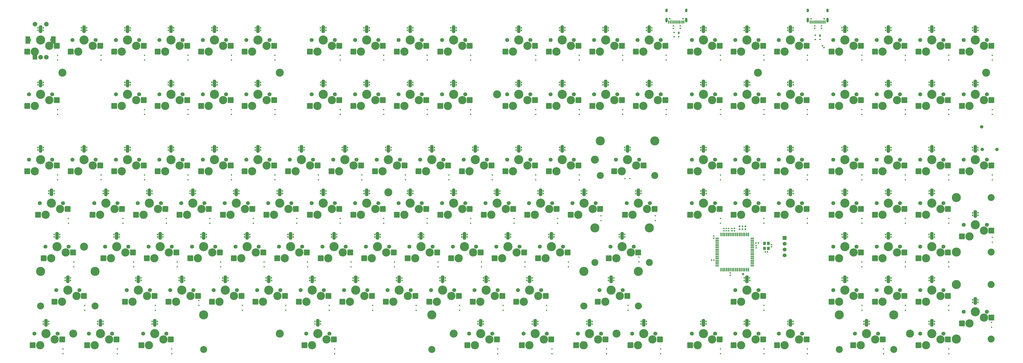
<source format=gbr>
%TF.GenerationSoftware,KiCad,Pcbnew,7.0.3*%
%TF.CreationDate,2023-05-24T16:07:10-04:00*%
%TF.ProjectId,100p-keebored,31303070-2d6b-4656-9562-6f7265642e6b,rev?*%
%TF.SameCoordinates,Original*%
%TF.FileFunction,Soldermask,Bot*%
%TF.FilePolarity,Negative*%
%FSLAX46Y46*%
G04 Gerber Fmt 4.6, Leading zero omitted, Abs format (unit mm)*
G04 Created by KiCad (PCBNEW 7.0.3) date 2023-05-24 16:07:10*
%MOMM*%
%LPD*%
G01*
G04 APERTURE LIST*
G04 Aperture macros list*
%AMRoundRect*
0 Rectangle with rounded corners*
0 $1 Rounding radius*
0 $2 $3 $4 $5 $6 $7 $8 $9 X,Y pos of 4 corners*
0 Add a 4 corners polygon primitive as box body*
4,1,4,$2,$3,$4,$5,$6,$7,$8,$9,$2,$3,0*
0 Add four circle primitives for the rounded corners*
1,1,$1+$1,$2,$3*
1,1,$1+$1,$4,$5*
1,1,$1+$1,$6,$7*
1,1,$1+$1,$8,$9*
0 Add four rect primitives between the rounded corners*
20,1,$1+$1,$2,$3,$4,$5,0*
20,1,$1+$1,$4,$5,$6,$7,0*
20,1,$1+$1,$6,$7,$8,$9,0*
20,1,$1+$1,$8,$9,$2,$3,0*%
G04 Aperture macros list end*
%ADD10RoundRect,0.250000X1.025000X1.000000X-1.025000X1.000000X-1.025000X-1.000000X1.025000X-1.000000X0*%
%ADD11C,1.750000*%
%ADD12C,4.000000*%
%ADD13C,3.600000*%
%ADD14C,3.500000*%
%ADD15R,2.000000X2.000000*%
%ADD16C,2.000000*%
%ADD17R,2.000000X3.200000*%
%ADD18C,1.500000*%
%ADD19C,3.048000*%
%ADD20C,3.987800*%
%ADD21R,1.700000X1.700000*%
%ADD22C,1.700000*%
%ADD23RoundRect,0.112500X0.112500X-0.187500X0.112500X0.187500X-0.112500X0.187500X-0.112500X-0.187500X0*%
%ADD24O,1.500000X3.500000*%
%ADD25RoundRect,0.118750X0.118750X0.231250X-0.118750X0.231250X-0.118750X-0.231250X0.118750X-0.231250X0*%
%ADD26RoundRect,0.125000X0.125000X0.225000X-0.125000X0.225000X-0.125000X-0.225000X0.125000X-0.225000X0*%
%ADD27RoundRect,0.118750X-0.118750X-0.231250X0.118750X-0.231250X0.118750X0.231250X-0.118750X0.231250X0*%
%ADD28RoundRect,0.125000X-0.125000X-0.225000X0.125000X-0.225000X0.125000X0.225000X-0.125000X0.225000X0*%
%ADD29RoundRect,0.135000X-0.185000X0.135000X-0.185000X-0.135000X0.185000X-0.135000X0.185000X0.135000X0*%
%ADD30RoundRect,0.135000X0.185000X-0.135000X0.185000X0.135000X-0.185000X0.135000X-0.185000X-0.135000X0*%
%ADD31RoundRect,0.140000X0.170000X-0.140000X0.170000X0.140000X-0.170000X0.140000X-0.170000X-0.140000X0*%
%ADD32RoundRect,0.140000X-0.170000X0.140000X-0.170000X-0.140000X0.170000X-0.140000X0.170000X0.140000X0*%
%ADD33R,0.700000X1.000000*%
%ADD34R,0.700000X0.600000*%
%ADD35C,0.787400*%
%ADD36RoundRect,0.140000X0.140000X0.170000X-0.140000X0.170000X-0.140000X-0.170000X0.140000X-0.170000X0*%
%ADD37C,0.650000*%
%ADD38R,0.600000X1.450000*%
%ADD39R,0.300000X1.450000*%
%ADD40O,1.000000X1.600000*%
%ADD41O,1.000000X2.100000*%
%ADD42R,0.550000X1.500000*%
%ADD43R,1.500000X0.550000*%
%ADD44C,1.000000*%
%ADD45RoundRect,0.135000X0.135000X0.185000X-0.135000X0.185000X-0.135000X-0.185000X0.135000X-0.185000X0*%
%ADD46RoundRect,0.135000X0.226274X0.035355X0.035355X0.226274X-0.226274X-0.035355X-0.035355X-0.226274X0*%
%ADD47R,1.200000X1.400000*%
%ADD48RoundRect,0.112500X-0.187500X-0.112500X0.187500X-0.112500X0.187500X0.112500X-0.187500X0.112500X0*%
G04 APERTURE END LIST*
D10*
%TO.C,SW10*%
X262736000Y-79044800D03*
D11*
X260731000Y-76504800D03*
D12*
X255651000Y-76504800D03*
D11*
X250571000Y-76504800D03*
D10*
X249809000Y-81584800D03*
D13*
X259461000Y-79044800D03*
X253111000Y-81584800D03*
%TD*%
D10*
%TO.C,SW127*%
X410373500Y-207632300D03*
D11*
X408368500Y-205092300D03*
D12*
X403288500Y-205092300D03*
D11*
X398208500Y-205092300D03*
D10*
X397446500Y-210172300D03*
D13*
X407098500Y-207632300D03*
X400748500Y-210172300D03*
%TD*%
D10*
%TO.C,SW96*%
X336554750Y-169532300D03*
D11*
X334549750Y-166992300D03*
D12*
X329469750Y-166992300D03*
D11*
X324389750Y-166992300D03*
D10*
X323627750Y-172072300D03*
D13*
X333279750Y-169532300D03*
X326929750Y-172072300D03*
%TD*%
D14*
%TO.C,*%
X317563536Y-128892320D03*
%TD*%
D10*
%TO.C,SW78*%
X391323500Y-150482300D03*
D11*
X389318500Y-147942300D03*
D12*
X384238500Y-147942300D03*
D11*
X379158500Y-147942300D03*
D10*
X378396500Y-153022300D03*
D13*
X388048500Y-150482300D03*
X381698500Y-153022300D03*
%TD*%
D10*
%TO.C,SW115*%
X472286000Y-188582300D03*
D11*
X470281000Y-186042300D03*
D12*
X465201000Y-186042300D03*
D11*
X460121000Y-186042300D03*
D10*
X459359000Y-191122300D03*
D13*
X469011000Y-188582300D03*
X462661000Y-191122300D03*
%TD*%
D10*
%TO.C,SW73*%
X281786000Y-150482300D03*
D11*
X279781000Y-147942300D03*
D12*
X274701000Y-147942300D03*
D11*
X269621000Y-147942300D03*
D10*
X268859000Y-153022300D03*
D13*
X278511000Y-150482300D03*
X272161000Y-153022300D03*
%TD*%
D10*
%TO.C,SW50*%
X234161000Y-131432300D03*
D11*
X232156000Y-128892300D03*
D12*
X227076000Y-128892300D03*
D11*
X221996000Y-128892300D03*
D10*
X221234000Y-133972300D03*
D13*
X230886000Y-131432300D03*
X224536000Y-133972300D03*
%TD*%
D15*
%TO.C,SW130*%
X72176000Y-84004800D03*
D16*
X77176000Y-84004800D03*
X74676000Y-84004800D03*
D17*
X69076000Y-76504800D03*
X80276000Y-76504800D03*
D16*
X77176000Y-69504800D03*
X72176000Y-69504800D03*
%TD*%
D10*
%TO.C,SW69*%
X205586000Y-150482300D03*
D11*
X203581000Y-147942300D03*
D12*
X198501000Y-147942300D03*
D11*
X193421000Y-147942300D03*
D10*
X192659000Y-153022300D03*
D13*
X202311000Y-150482300D03*
X195961000Y-153022300D03*
%TD*%
D10*
%TO.C,SW19*%
X453236000Y-79044800D03*
D11*
X451231000Y-76504800D03*
D12*
X446151000Y-76504800D03*
D11*
X441071000Y-76504800D03*
D10*
X440309000Y-81584800D03*
D13*
X449961000Y-79044800D03*
X443611000Y-81584800D03*
%TD*%
D10*
%TO.C,SW125*%
X372273500Y-207632300D03*
D11*
X370268500Y-205092300D03*
D12*
X365188500Y-205092300D03*
D11*
X360108500Y-205092300D03*
D10*
X359346500Y-210172300D03*
D13*
X368998500Y-207632300D03*
X362648500Y-210172300D03*
%TD*%
D10*
%TO.C,SW76*%
X343698500Y-150482300D03*
D11*
X341693500Y-147942300D03*
D12*
X336613500Y-147942300D03*
D11*
X331533500Y-147942300D03*
D10*
X330771500Y-153022300D03*
D13*
X340423500Y-150482300D03*
X334073500Y-153022300D03*
%TD*%
D10*
%TO.C,SW4*%
X138911000Y-79044800D03*
D11*
X136906000Y-76504800D03*
D12*
X131826000Y-76504800D03*
D11*
X126746000Y-76504800D03*
D10*
X125984000Y-81584800D03*
D13*
X135636000Y-79044800D03*
X129286000Y-81584800D03*
%TD*%
D14*
%TO.C,*%
X489013392Y-90792352D03*
%TD*%
D10*
%TO.C,SW51*%
X253211000Y-131432300D03*
D11*
X251206000Y-128892300D03*
D12*
X246126000Y-128892300D03*
D11*
X241046000Y-128892300D03*
D10*
X240284000Y-133972300D03*
D13*
X249936000Y-131432300D03*
X243586000Y-133972300D03*
%TD*%
D10*
%TO.C,SW12*%
X310361000Y-79044800D03*
D11*
X308356000Y-76504800D03*
D12*
X303276000Y-76504800D03*
D11*
X298196000Y-76504800D03*
D10*
X297434000Y-81584800D03*
D13*
X307086000Y-79044800D03*
X300736000Y-81584800D03*
%TD*%
D10*
%TO.C,SW71*%
X243686000Y-150482300D03*
D11*
X241681000Y-147942300D03*
D12*
X236601000Y-147942300D03*
D11*
X231521000Y-147942300D03*
D10*
X230759000Y-153022300D03*
D13*
X240411000Y-150482300D03*
X234061000Y-153022300D03*
%TD*%
D10*
%TO.C,SW126*%
X391323500Y-207632300D03*
D11*
X389318500Y-205092300D03*
D12*
X384238500Y-205092300D03*
D11*
X379158500Y-205092300D03*
D10*
X378396500Y-210172300D03*
D13*
X388048500Y-207632300D03*
X381698500Y-210172300D03*
%TD*%
D10*
%TO.C,SW119*%
X131767250Y-207632300D03*
D11*
X129762250Y-205092300D03*
D12*
X124682250Y-205092300D03*
D11*
X119602250Y-205092300D03*
D10*
X118840250Y-210172300D03*
D13*
X128492250Y-207632300D03*
X122142250Y-210172300D03*
%TD*%
D10*
%TO.C,SW107*%
X238923500Y-188582300D03*
D11*
X236918500Y-186042300D03*
D12*
X231838500Y-186042300D03*
D11*
X226758500Y-186042300D03*
D10*
X225996500Y-191122300D03*
D13*
X235648500Y-188582300D03*
X229298500Y-191122300D03*
%TD*%
D10*
%TO.C,SW27*%
X205586000Y-102857300D03*
D11*
X203581000Y-100317300D03*
D12*
X198501000Y-100317300D03*
D11*
X193421000Y-100317300D03*
D10*
X192659000Y-105397300D03*
D13*
X202311000Y-102857300D03*
X195961000Y-105397300D03*
%TD*%
D10*
%TO.C,SW48*%
X196061000Y-131432300D03*
D11*
X194056000Y-128892300D03*
D12*
X188976000Y-128892300D03*
D11*
X183896000Y-128892300D03*
D10*
X183134000Y-133972300D03*
D13*
X192786000Y-131432300D03*
X186436000Y-133972300D03*
%TD*%
D10*
%TO.C,SW81*%
X453236000Y-150482300D03*
D11*
X451231000Y-147942300D03*
D12*
X446151000Y-147942300D03*
D11*
X441071000Y-147942300D03*
D10*
X440309000Y-153022300D03*
D13*
X449961000Y-150482300D03*
X443611000Y-153022300D03*
%TD*%
D10*
%TO.C,SW24*%
X138911000Y-102857300D03*
D11*
X136906000Y-100317300D03*
D12*
X131826000Y-100317300D03*
D11*
X126746000Y-100317300D03*
D10*
X125984000Y-105397300D03*
D13*
X135636000Y-102857300D03*
X129286000Y-105397300D03*
%TD*%
D10*
%TO.C,SW62*%
X491336000Y-131432300D03*
D11*
X489331000Y-128892300D03*
D12*
X484251000Y-128892300D03*
D11*
X479171000Y-128892300D03*
D10*
X478409000Y-133972300D03*
D13*
X488061000Y-131432300D03*
X481711000Y-133972300D03*
%TD*%
D10*
%TO.C,SW23*%
X119861000Y-102857300D03*
D11*
X117856000Y-100317300D03*
D12*
X112776000Y-100317300D03*
D11*
X107696000Y-100317300D03*
D10*
X106934000Y-105397300D03*
D13*
X116586000Y-102857300D03*
X110236000Y-105397300D03*
%TD*%
D10*
%TO.C,SW88*%
X172248500Y-169532300D03*
D11*
X170243500Y-166992300D03*
D12*
X165163500Y-166992300D03*
D11*
X160083500Y-166992300D03*
D10*
X159321500Y-172072300D03*
D13*
X168973500Y-169532300D03*
X162623500Y-172072300D03*
%TD*%
D10*
%TO.C,SW105*%
X200823500Y-188582300D03*
D11*
X198818500Y-186042300D03*
D12*
X193738500Y-186042300D03*
D11*
X188658500Y-186042300D03*
D10*
X187896500Y-191122300D03*
D13*
X197548500Y-188582300D03*
X191198500Y-191122300D03*
%TD*%
D18*
%TO.C,*%
X493776000Y-124409200D03*
%TD*%
D10*
%TO.C,SW8*%
X224636000Y-79044800D03*
D11*
X222631000Y-76504800D03*
D12*
X217551000Y-76504800D03*
D11*
X212471000Y-76504800D03*
D10*
X211709000Y-81584800D03*
D13*
X221361000Y-79044800D03*
X215011000Y-81584800D03*
%TD*%
D10*
%TO.C,SW117*%
X84142250Y-207632300D03*
D11*
X82137250Y-205092300D03*
D12*
X77057250Y-205092300D03*
D11*
X71977250Y-205092300D03*
D10*
X71215250Y-210172300D03*
D13*
X80867250Y-207632300D03*
X74517250Y-210172300D03*
%TD*%
D10*
%TO.C,SW79*%
X410373500Y-150482300D03*
D11*
X408368500Y-147942300D03*
D12*
X403288500Y-147942300D03*
D11*
X398208500Y-147942300D03*
D10*
X397446500Y-153022300D03*
D13*
X407098500Y-150482300D03*
X400748500Y-153022300D03*
%TD*%
D14*
%TO.C,*%
X179451152Y-205092256D03*
%TD*%
D10*
%TO.C,SW66*%
X148436000Y-150482300D03*
D11*
X146431000Y-147942300D03*
D12*
X141351000Y-147942300D03*
D11*
X136271000Y-147942300D03*
D10*
X135509000Y-153022300D03*
D13*
X145161000Y-150482300D03*
X138811000Y-153022300D03*
%TD*%
D10*
%TO.C,SW30*%
X262736000Y-102857300D03*
D11*
X260731000Y-100317300D03*
D12*
X255651000Y-100317300D03*
D11*
X250571000Y-100317300D03*
D10*
X249809000Y-105397300D03*
D13*
X259461000Y-102857300D03*
X253111000Y-105397300D03*
%TD*%
D10*
%TO.C,SW87*%
X153198500Y-169532300D03*
D11*
X151193500Y-166992300D03*
D12*
X146113500Y-166992300D03*
D11*
X141033500Y-166992300D03*
D10*
X140271500Y-172072300D03*
D13*
X149923500Y-169532300D03*
X143573500Y-172072300D03*
%TD*%
D14*
%TO.C,*%
X84201232Y-90792352D03*
%TD*%
D10*
%TO.C,SW68*%
X186536000Y-150482300D03*
D11*
X184531000Y-147942300D03*
D12*
X179451000Y-147942300D03*
D11*
X174371000Y-147942300D03*
D10*
X173609000Y-153022300D03*
D13*
X183261000Y-150482300D03*
X176911000Y-153022300D03*
%TD*%
D10*
%TO.C,SW15*%
X372273500Y-79044800D03*
D11*
X370268500Y-76504800D03*
D12*
X365188500Y-76504800D03*
D11*
X360108500Y-76504800D03*
D10*
X359346500Y-81584800D03*
D13*
X368998500Y-79044800D03*
X362648500Y-81584800D03*
%TD*%
D10*
%TO.C,SW25*%
X157961000Y-102857300D03*
D11*
X155956000Y-100317300D03*
D12*
X150876000Y-100317300D03*
D11*
X145796000Y-100317300D03*
D10*
X145034000Y-105397300D03*
D13*
X154686000Y-102857300D03*
X148336000Y-105397300D03*
%TD*%
D10*
%TO.C,SW89*%
X191298500Y-169532300D03*
D11*
X189293500Y-166992300D03*
D12*
X184213500Y-166992300D03*
D11*
X179133500Y-166992300D03*
D10*
X178371500Y-172072300D03*
D13*
X188023500Y-169532300D03*
X181673500Y-172072300D03*
%TD*%
D10*
%TO.C,SW39*%
X453236000Y-102857300D03*
D11*
X451231000Y-100317300D03*
D12*
X446151000Y-100317300D03*
D11*
X441071000Y-100317300D03*
D10*
X440309000Y-105397300D03*
D13*
X449961000Y-102857300D03*
X443611000Y-105397300D03*
%TD*%
D10*
%TO.C,SW102*%
X143673500Y-188582300D03*
D11*
X141668500Y-186042300D03*
D12*
X136588500Y-186042300D03*
D11*
X131508500Y-186042300D03*
D10*
X130746500Y-191122300D03*
D13*
X140398500Y-188582300D03*
X134048500Y-191122300D03*
%TD*%
D10*
%TO.C,SW70*%
X224636000Y-150482300D03*
D11*
X222631000Y-147942300D03*
D12*
X217551000Y-147942300D03*
D11*
X212471000Y-147942300D03*
D10*
X211709000Y-153022300D03*
D13*
X221361000Y-150482300D03*
X215011000Y-153022300D03*
%TD*%
D14*
%TO.C,*%
X274701072Y-100317344D03*
%TD*%
D10*
%TO.C,SW77*%
X372273500Y-150482300D03*
D11*
X370268500Y-147942300D03*
D12*
X365188500Y-147942300D03*
D11*
X360108500Y-147942300D03*
D10*
X359346500Y-153022300D03*
D13*
X368998500Y-150482300D03*
X362648500Y-153022300D03*
%TD*%
D10*
%TO.C,SW59*%
X434186000Y-131432300D03*
D11*
X432181000Y-128892300D03*
D12*
X427101000Y-128892300D03*
D11*
X422021000Y-128892300D03*
D10*
X421259000Y-133972300D03*
D13*
X430911000Y-131432300D03*
X424561000Y-133972300D03*
%TD*%
D19*
%TO.C,REF\u002A\u002A*%
X491236000Y-183629300D03*
D20*
X476026000Y-183629300D03*
D19*
X491236000Y-207505300D03*
D20*
X476026000Y-207505300D03*
%TD*%
D10*
%TO.C,SW114*%
X453236000Y-188582300D03*
D11*
X451231000Y-186042300D03*
D12*
X446151000Y-186042300D03*
D11*
X441071000Y-186042300D03*
D10*
X440309000Y-191122300D03*
D13*
X449961000Y-188582300D03*
X443611000Y-191122300D03*
%TD*%
D10*
%TO.C,SW11*%
X291311000Y-79044800D03*
D11*
X289306000Y-76504800D03*
D12*
X284226000Y-76504800D03*
D11*
X279146000Y-76504800D03*
D10*
X278384000Y-81584800D03*
D13*
X288036000Y-79044800D03*
X281686000Y-81584800D03*
%TD*%
D10*
%TO.C,SW22*%
X81761000Y-102857300D03*
D11*
X79756000Y-100317300D03*
D12*
X74676000Y-100317300D03*
D11*
X69596000Y-100317300D03*
D10*
X68834000Y-105397300D03*
D13*
X78486000Y-102857300D03*
X72136000Y-105397300D03*
%TD*%
D10*
%TO.C,SW61*%
X472286000Y-131432300D03*
D11*
X470281000Y-128892300D03*
D12*
X465201000Y-128892300D03*
D11*
X460121000Y-128892300D03*
D10*
X459359000Y-133972300D03*
D13*
X469011000Y-131432300D03*
X462661000Y-133972300D03*
%TD*%
D10*
%TO.C,SW6*%
X177011000Y-79044800D03*
D11*
X175006000Y-76504800D03*
D12*
X169926000Y-76504800D03*
D11*
X164846000Y-76504800D03*
D10*
X164084000Y-81584800D03*
D13*
X173736000Y-79044800D03*
X167386000Y-81584800D03*
%TD*%
D10*
%TO.C,SW97*%
X434186000Y-169532300D03*
D11*
X432181000Y-166992300D03*
D12*
X427101000Y-166992300D03*
D11*
X422021000Y-166992300D03*
D10*
X421259000Y-172072300D03*
D13*
X430911000Y-169532300D03*
X424561000Y-172072300D03*
%TD*%
D10*
%TO.C,SW21*%
X491336000Y-79044800D03*
D11*
X489331000Y-76504800D03*
D12*
X484251000Y-76504800D03*
D11*
X479171000Y-76504800D03*
D10*
X478409000Y-81584800D03*
D13*
X488061000Y-79044800D03*
X481711000Y-81584800D03*
%TD*%
D10*
%TO.C,SW29*%
X243686000Y-102857300D03*
D11*
X241681000Y-100317300D03*
D12*
X236601000Y-100317300D03*
D11*
X231521000Y-100317300D03*
D10*
X230759000Y-105397300D03*
D13*
X240411000Y-102857300D03*
X234061000Y-105397300D03*
%TD*%
D10*
%TO.C,SW63*%
X86523500Y-150482300D03*
D11*
X84518500Y-147942300D03*
D12*
X79438500Y-147942300D03*
D11*
X74358500Y-147942300D03*
D10*
X73596500Y-153022300D03*
D13*
X83248500Y-150482300D03*
X76898500Y-153022300D03*
%TD*%
D10*
%TO.C,SW124*%
X346079750Y-207632300D03*
D11*
X344074750Y-205092300D03*
D12*
X338994750Y-205092300D03*
D11*
X333914750Y-205092300D03*
D10*
X333152750Y-210172300D03*
D13*
X342804750Y-207632300D03*
X336454750Y-210172300D03*
%TD*%
D10*
%TO.C,SW17*%
X410373500Y-79044800D03*
D11*
X408368500Y-76504800D03*
D12*
X403288500Y-76504800D03*
D11*
X398208500Y-76504800D03*
D10*
X397446500Y-81584800D03*
D13*
X407098500Y-79044800D03*
X400748500Y-81584800D03*
%TD*%
D10*
%TO.C,SW49*%
X215111000Y-131432300D03*
D11*
X213106000Y-128892300D03*
D12*
X208026000Y-128892300D03*
D11*
X202946000Y-128892300D03*
D10*
X202184000Y-133972300D03*
D13*
X211836000Y-131432300D03*
X205486000Y-133972300D03*
%TD*%
D14*
%TO.C,*%
X327088528Y-205092256D03*
%TD*%
D10*
%TO.C,SW122*%
X298454750Y-207632300D03*
D11*
X296449750Y-205092300D03*
D12*
X291369750Y-205092300D03*
D11*
X286289750Y-205092300D03*
D10*
X285527750Y-210172300D03*
D13*
X295179750Y-207632300D03*
X288829750Y-210172300D03*
%TD*%
D10*
%TO.C,SW16*%
X391323500Y-79044800D03*
D11*
X389318500Y-76504800D03*
D12*
X384238500Y-76504800D03*
D11*
X379158500Y-76504800D03*
D10*
X378396500Y-81584800D03*
D13*
X388048500Y-79044800D03*
X381698500Y-81584800D03*
%TD*%
D10*
%TO.C,SW120*%
X203204750Y-207632300D03*
D11*
X201199750Y-205092300D03*
D12*
X196119750Y-205092300D03*
D11*
X191039750Y-205092300D03*
D10*
X190277750Y-210172300D03*
D13*
X199929750Y-207632300D03*
X193579750Y-210172300D03*
%TD*%
D19*
%TO.C,REF\u002A\u002A*%
X491236000Y-145529300D03*
D20*
X476026000Y-145529300D03*
D19*
X491236000Y-169405300D03*
D20*
X476026000Y-169405300D03*
%TD*%
D10*
%TO.C,SW26*%
X177011000Y-102857300D03*
D11*
X175006000Y-100317300D03*
D12*
X169926000Y-100317300D03*
D11*
X164846000Y-100317300D03*
D10*
X164084000Y-105397300D03*
D13*
X173736000Y-102857300D03*
X167386000Y-105397300D03*
%TD*%
D19*
%TO.C,REF\u002A\u002A*%
X246119600Y-212077156D03*
D20*
X246119600Y-196867156D03*
D19*
X146119600Y-212077156D03*
D20*
X146119600Y-196867156D03*
%TD*%
D10*
%TO.C,SW82*%
X472286000Y-150482300D03*
D11*
X470281000Y-147942300D03*
D12*
X465201000Y-147942300D03*
D11*
X460121000Y-147942300D03*
D10*
X459359000Y-153022300D03*
D13*
X469011000Y-150482300D03*
X462661000Y-153022300D03*
%TD*%
D10*
%TO.C,SW58*%
X410373500Y-131432300D03*
D11*
X408368500Y-128892300D03*
D12*
X403288500Y-128892300D03*
D11*
X398208500Y-128892300D03*
D10*
X397446500Y-133972300D03*
D13*
X407098500Y-131432300D03*
X400748500Y-133972300D03*
%TD*%
D10*
%TO.C,SW86*%
X134148500Y-169532300D03*
D11*
X132143500Y-166992300D03*
D12*
X127063500Y-166992300D03*
D11*
X121983500Y-166992300D03*
D10*
X121221500Y-172072300D03*
D13*
X130873500Y-169532300D03*
X124523500Y-172072300D03*
%TD*%
D10*
%TO.C,SW84*%
X88904750Y-169532300D03*
D11*
X86899750Y-166992300D03*
D12*
X81819750Y-166992300D03*
D11*
X76739750Y-166992300D03*
D10*
X75977750Y-172072300D03*
D13*
X85629750Y-169532300D03*
X79279750Y-172072300D03*
%TD*%
D10*
%TO.C,SW37*%
X410373500Y-102857300D03*
D11*
X408368500Y-100317300D03*
D12*
X403288500Y-100317300D03*
D11*
X398208500Y-100317300D03*
D10*
X397446500Y-105397300D03*
D13*
X407098500Y-102857300D03*
X400748500Y-105397300D03*
%TD*%
D10*
%TO.C,SW90*%
X210348500Y-169532300D03*
D11*
X208343500Y-166992300D03*
D12*
X203263500Y-166992300D03*
D11*
X198183500Y-166992300D03*
D10*
X197421500Y-172072300D03*
D13*
X207073500Y-169532300D03*
X200723500Y-172072300D03*
%TD*%
D10*
%TO.C,SW9*%
X243686000Y-79044800D03*
D11*
X241681000Y-76504800D03*
D12*
X236601000Y-76504800D03*
D11*
X231521000Y-76504800D03*
D10*
X230759000Y-81584800D03*
D13*
X240411000Y-79044800D03*
X234061000Y-81584800D03*
%TD*%
D10*
%TO.C,SW18*%
X434186000Y-79044800D03*
D11*
X432181000Y-76504800D03*
D12*
X427101000Y-76504800D03*
D11*
X422021000Y-76504800D03*
D10*
X421259000Y-81584800D03*
D13*
X430911000Y-79044800D03*
X424561000Y-81584800D03*
%TD*%
D10*
%TO.C,SW35*%
X372273500Y-102857300D03*
D11*
X370268500Y-100317300D03*
D12*
X365188500Y-100317300D03*
D11*
X360108500Y-100317300D03*
D10*
X359346500Y-105397300D03*
D13*
X368998500Y-102857300D03*
X362648500Y-105397300D03*
%TD*%
D19*
%TO.C,REF\u002A\u002A*%
X343789000Y-135877300D03*
D20*
X343789000Y-120667300D03*
D19*
X319913000Y-135877300D03*
D20*
X319913000Y-120667300D03*
%TD*%
D10*
%TO.C,SW34*%
X348461000Y-102857300D03*
D11*
X346456000Y-100317300D03*
D12*
X341376000Y-100317300D03*
D11*
X336296000Y-100317300D03*
D10*
X335534000Y-105397300D03*
D13*
X345186000Y-102857300D03*
X338836000Y-105397300D03*
%TD*%
D10*
%TO.C,SW121*%
X274642250Y-207632300D03*
D11*
X272637250Y-205092300D03*
D12*
X267557250Y-205092300D03*
D11*
X262477250Y-205092300D03*
D10*
X261715250Y-210172300D03*
D13*
X271367250Y-207632300D03*
X265017250Y-210172300D03*
%TD*%
D10*
%TO.C,SW46*%
X157961000Y-131432300D03*
D11*
X155956000Y-128892300D03*
D12*
X150876000Y-128892300D03*
D11*
X145796000Y-128892300D03*
D10*
X145034000Y-133972300D03*
D13*
X154686000Y-131432300D03*
X148336000Y-133972300D03*
%TD*%
D18*
%TO.C,*%
X487045000Y-114528600D03*
%TD*%
D10*
%TO.C,SW74*%
X300836000Y-150482300D03*
D11*
X298831000Y-147942300D03*
D12*
X293751000Y-147942300D03*
D11*
X288671000Y-147942300D03*
D10*
X287909000Y-153022300D03*
D13*
X297561000Y-150482300D03*
X291211000Y-153022300D03*
%TD*%
D19*
%TO.C,REF\u002A\u002A*%
X341407750Y-173977300D03*
D20*
X341407750Y-158767300D03*
D19*
X317531750Y-173977300D03*
D20*
X317531750Y-158767300D03*
%TD*%
D19*
%TO.C,REF\u002A\u002A*%
X448564000Y-212077300D03*
D20*
X448564000Y-196867300D03*
D19*
X424688000Y-212077300D03*
D20*
X424688000Y-196867300D03*
%TD*%
D10*
%TO.C,SW47*%
X177011000Y-131432300D03*
D11*
X175006000Y-128892300D03*
D12*
X169926000Y-128892300D03*
D11*
X164846000Y-128892300D03*
D10*
X164084000Y-133972300D03*
D13*
X173736000Y-131432300D03*
X167386000Y-133972300D03*
%TD*%
D10*
%TO.C,SW80*%
X434186000Y-150482300D03*
D11*
X432181000Y-147942300D03*
D12*
X427101000Y-147942300D03*
D11*
X422021000Y-147942300D03*
D10*
X421259000Y-153022300D03*
D13*
X430911000Y-150482300D03*
X424561000Y-153022300D03*
%TD*%
D10*
%TO.C,SW32*%
X310361000Y-102857300D03*
D11*
X308356000Y-100317300D03*
D12*
X303276000Y-100317300D03*
D11*
X298196000Y-100317300D03*
D10*
X297434000Y-105397300D03*
D13*
X307086000Y-102857300D03*
X300736000Y-105397300D03*
%TD*%
D10*
%TO.C,SW110*%
X296073500Y-188582300D03*
D11*
X294068500Y-186042300D03*
D12*
X288988500Y-186042300D03*
D11*
X283908500Y-186042300D03*
D10*
X283146500Y-191122300D03*
D13*
X292798500Y-188582300D03*
X286448500Y-191122300D03*
%TD*%
D14*
%TO.C,*%
X88963728Y-205092256D03*
%TD*%
D10*
%TO.C,SW2*%
X100811000Y-79044800D03*
D11*
X98806000Y-76504800D03*
D12*
X93726000Y-76504800D03*
D11*
X88646000Y-76504800D03*
D10*
X87884000Y-81584800D03*
D13*
X97536000Y-79044800D03*
X91186000Y-81584800D03*
%TD*%
D10*
%TO.C,SW129*%
X472286000Y-207632300D03*
D11*
X470281000Y-205092300D03*
D12*
X465201000Y-205092300D03*
D11*
X460121000Y-205092300D03*
D10*
X459359000Y-210172300D03*
D13*
X469011000Y-207632300D03*
X462661000Y-210172300D03*
%TD*%
D10*
%TO.C,SW123*%
X322267250Y-207632300D03*
D11*
X320262250Y-205092300D03*
D12*
X315182250Y-205092300D03*
D11*
X310102250Y-205092300D03*
D10*
X309340250Y-210172300D03*
D13*
X318992250Y-207632300D03*
X312642250Y-210172300D03*
%TD*%
D10*
%TO.C,SW98*%
X453236000Y-169532300D03*
D11*
X451231000Y-166992300D03*
D12*
X446151000Y-166992300D03*
D11*
X441071000Y-166992300D03*
D10*
X440309000Y-172072300D03*
D13*
X449961000Y-169532300D03*
X443611000Y-172072300D03*
%TD*%
D19*
%TO.C,REF\u002A\u002A*%
X98520192Y-193027172D03*
D20*
X98520192Y-177817172D03*
D19*
X74644192Y-193027172D03*
D20*
X74644192Y-177817172D03*
%TD*%
D19*
%TO.C,REF\u002A\u002A*%
X336645250Y-193027300D03*
D20*
X336645250Y-177817300D03*
D19*
X312769250Y-193027300D03*
D20*
X312769250Y-177817300D03*
%TD*%
D10*
%TO.C,SW95*%
X305598500Y-169532300D03*
D11*
X303593500Y-166992300D03*
D12*
X298513500Y-166992300D03*
D11*
X293433500Y-166992300D03*
D10*
X292671500Y-172072300D03*
D13*
X302323500Y-169532300D03*
X295973500Y-172072300D03*
%TD*%
D10*
%TO.C,SW14*%
X348461000Y-79044800D03*
D11*
X346456000Y-76504800D03*
D12*
X341376000Y-76504800D03*
D11*
X336296000Y-76504800D03*
D10*
X335534000Y-81584800D03*
D13*
X345186000Y-79044800D03*
X338836000Y-81584800D03*
%TD*%
D10*
%TO.C,SW57*%
X391323500Y-131432300D03*
D11*
X389318500Y-128892300D03*
D12*
X384238500Y-128892300D03*
D11*
X379158500Y-128892300D03*
D10*
X378396500Y-133972300D03*
D13*
X388048500Y-131432300D03*
X381698500Y-133972300D03*
%TD*%
D10*
%TO.C,SW104*%
X181773500Y-188582300D03*
D11*
X179768500Y-186042300D03*
D12*
X174688500Y-186042300D03*
D11*
X169608500Y-186042300D03*
D10*
X168846500Y-191122300D03*
D13*
X178498500Y-188582300D03*
X172148500Y-191122300D03*
%TD*%
D14*
%TO.C,*%
X455675920Y-205092256D03*
%TD*%
D10*
%TO.C,SW13*%
X329411000Y-79044800D03*
D11*
X327406000Y-76504800D03*
D12*
X322326000Y-76504800D03*
D11*
X317246000Y-76504800D03*
D10*
X316484000Y-81584800D03*
D13*
X326136000Y-79044800D03*
X319786000Y-81584800D03*
%TD*%
D10*
%TO.C,SW112*%
X391323480Y-188582272D03*
D11*
X389318480Y-186042272D03*
D12*
X384238480Y-186042272D03*
D11*
X379158480Y-186042272D03*
D10*
X378396480Y-191122272D03*
D13*
X388048480Y-188582272D03*
X381698480Y-191122272D03*
%TD*%
D10*
%TO.C,SW100*%
X93667250Y-188582300D03*
D11*
X91662250Y-186042300D03*
D12*
X86582250Y-186042300D03*
D11*
X81502250Y-186042300D03*
D10*
X80740250Y-191122300D03*
D13*
X90392250Y-188582300D03*
X84042250Y-191122300D03*
%TD*%
D14*
%TO.C,*%
X93726224Y-166992288D03*
%TD*%
D10*
%TO.C,SW99*%
X472286000Y-169532300D03*
D11*
X470281000Y-166992300D03*
D12*
X465201000Y-166992300D03*
D11*
X460121000Y-166992300D03*
D10*
X459359000Y-172072300D03*
D13*
X469011000Y-169532300D03*
X462661000Y-172072300D03*
%TD*%
D10*
%TO.C,SW45*%
X138911000Y-131432300D03*
D11*
X136906000Y-128892300D03*
D12*
X131826000Y-128892300D03*
D11*
X126746000Y-128892300D03*
D10*
X125984000Y-133972300D03*
D13*
X135636000Y-131432300D03*
X129286000Y-133972300D03*
%TD*%
D10*
%TO.C,SW5*%
X157961000Y-79044800D03*
D11*
X155956000Y-76504800D03*
D12*
X150876000Y-76504800D03*
D11*
X145796000Y-76504800D03*
D10*
X145034000Y-81584800D03*
D13*
X154686000Y-79044800D03*
X148336000Y-81584800D03*
%TD*%
D10*
%TO.C,SW94*%
X286548500Y-169532300D03*
D11*
X284543500Y-166992300D03*
D12*
X279463500Y-166992300D03*
D11*
X274383500Y-166992300D03*
D10*
X273621500Y-172072300D03*
D13*
X283273500Y-169532300D03*
X276923500Y-172072300D03*
%TD*%
D10*
%TO.C,SW101*%
X124623500Y-188582300D03*
D11*
X122618500Y-186042300D03*
D12*
X117538500Y-186042300D03*
D11*
X112458500Y-186042300D03*
D10*
X111696500Y-191122300D03*
D13*
X121348500Y-188582300D03*
X114998500Y-191122300D03*
%TD*%
D14*
%TO.C,*%
X227076112Y-143179808D03*
%TD*%
D10*
%TO.C,SW56*%
X372273500Y-131432300D03*
D11*
X370268500Y-128892300D03*
D12*
X365188500Y-128892300D03*
D11*
X360108500Y-128892300D03*
D10*
X359346500Y-133972300D03*
D13*
X368998500Y-131432300D03*
X362648500Y-133972300D03*
%TD*%
D10*
%TO.C,SW28*%
X224636000Y-102857300D03*
D11*
X222631000Y-100317300D03*
D12*
X217551000Y-100317300D03*
D11*
X212471000Y-100317300D03*
D10*
X211709000Y-105397300D03*
D13*
X221361000Y-102857300D03*
X215011000Y-105397300D03*
%TD*%
D10*
%TO.C,SW43*%
X100811000Y-131432300D03*
D11*
X98806000Y-128892300D03*
D12*
X93726000Y-128892300D03*
D11*
X88646000Y-128892300D03*
D10*
X87884000Y-133972300D03*
D13*
X97536000Y-131432300D03*
X91186000Y-133972300D03*
%TD*%
D10*
%TO.C,SW31*%
X291311000Y-102857300D03*
D11*
X289306000Y-100317300D03*
D12*
X284226000Y-100317300D03*
D11*
X279146000Y-100317300D03*
D10*
X278384000Y-105397300D03*
D13*
X288036000Y-102857300D03*
X281686000Y-105397300D03*
%TD*%
D10*
%TO.C,SW52*%
X272261000Y-131432300D03*
D11*
X270256000Y-128892300D03*
D12*
X265176000Y-128892300D03*
D11*
X260096000Y-128892300D03*
D10*
X259334000Y-133972300D03*
D13*
X268986000Y-131432300D03*
X262636000Y-133972300D03*
%TD*%
D10*
%TO.C,SW103*%
X162723500Y-188582300D03*
D11*
X160718500Y-186042300D03*
D12*
X155638500Y-186042300D03*
D11*
X150558500Y-186042300D03*
D10*
X149796500Y-191122300D03*
D13*
X159448500Y-188582300D03*
X153098500Y-191122300D03*
%TD*%
D10*
%TO.C,SW91*%
X229398500Y-169532300D03*
D11*
X227393500Y-166992300D03*
D12*
X222313500Y-166992300D03*
D11*
X217233500Y-166992300D03*
D10*
X216471500Y-172072300D03*
D13*
X226123500Y-169532300D03*
X219773500Y-172072300D03*
%TD*%
D10*
%TO.C,SW36*%
X391323500Y-102857300D03*
D11*
X389318500Y-100317300D03*
D12*
X384238500Y-100317300D03*
D11*
X379158500Y-100317300D03*
D10*
X378396500Y-105397300D03*
D13*
X388048500Y-102857300D03*
X381698500Y-105397300D03*
%TD*%
D10*
%TO.C,SW44*%
X119861000Y-131432300D03*
D11*
X117856000Y-128892300D03*
D12*
X112776000Y-128892300D03*
D11*
X107696000Y-128892300D03*
D10*
X106934000Y-133972300D03*
D13*
X116586000Y-131432300D03*
X110236000Y-133972300D03*
%TD*%
D10*
%TO.C,SW111*%
X331792250Y-188582300D03*
D11*
X329787250Y-186042300D03*
D12*
X324707250Y-186042300D03*
D11*
X319627250Y-186042300D03*
D10*
X318865250Y-191122300D03*
D13*
X328517250Y-188582300D03*
X322167250Y-191122300D03*
%TD*%
D10*
%TO.C,SW85*%
X115098500Y-169532300D03*
D11*
X113093500Y-166992300D03*
D12*
X108013500Y-166992300D03*
D11*
X102933500Y-166992300D03*
D10*
X102171500Y-172072300D03*
D13*
X111823500Y-169532300D03*
X105473500Y-172072300D03*
%TD*%
D14*
%TO.C,*%
X389000976Y-90792352D03*
%TD*%
D10*
%TO.C,SW54*%
X310361000Y-131432300D03*
D11*
X308356000Y-128892300D03*
D12*
X303276000Y-128892300D03*
D11*
X298196000Y-128892300D03*
D10*
X297434000Y-133972300D03*
D13*
X307086000Y-131432300D03*
X300736000Y-133972300D03*
%TD*%
D10*
%TO.C,SW41*%
X491336000Y-102857300D03*
D11*
X489331000Y-100317300D03*
D12*
X484251000Y-100317300D03*
D11*
X479171000Y-100317300D03*
D10*
X478409000Y-105397300D03*
D13*
X488061000Y-102857300D03*
X481711000Y-105397300D03*
%TD*%
D10*
%TO.C,SW93*%
X267498500Y-169532300D03*
D11*
X265493500Y-166992300D03*
D12*
X260413500Y-166992300D03*
D11*
X255333500Y-166992300D03*
D10*
X254571500Y-172072300D03*
D13*
X264223500Y-169532300D03*
X257873500Y-172072300D03*
%TD*%
D10*
%TO.C,SW118*%
X107954750Y-207632300D03*
D11*
X105949750Y-205092300D03*
D12*
X100869750Y-205092300D03*
D11*
X95789750Y-205092300D03*
D10*
X95027750Y-210172300D03*
D13*
X104679750Y-207632300D03*
X98329750Y-210172300D03*
%TD*%
D10*
%TO.C,SW75*%
X319886000Y-150482300D03*
D11*
X317881000Y-147942300D03*
D12*
X312801000Y-147942300D03*
D11*
X307721000Y-147942300D03*
D10*
X306959000Y-153022300D03*
D13*
X316611000Y-150482300D03*
X310261000Y-153022300D03*
%TD*%
D14*
%TO.C,*%
X179451152Y-90792352D03*
%TD*%
D10*
%TO.C,SW55*%
X338936000Y-131432300D03*
D11*
X336931000Y-128892300D03*
D12*
X331851000Y-128892300D03*
D11*
X326771000Y-128892300D03*
D10*
X326009000Y-133972300D03*
D13*
X335661000Y-131432300D03*
X329311000Y-133972300D03*
%TD*%
D10*
%TO.C,SW42*%
X81761000Y-131432300D03*
D11*
X79756000Y-128892300D03*
D12*
X74676000Y-128892300D03*
D11*
X69596000Y-128892300D03*
D10*
X68834000Y-133972300D03*
D13*
X78486000Y-131432300D03*
X72136000Y-133972300D03*
%TD*%
D10*
%TO.C,SW109*%
X277023500Y-188582300D03*
D11*
X275018500Y-186042300D03*
D12*
X269938500Y-186042300D03*
D11*
X264858500Y-186042300D03*
D10*
X264096500Y-191122300D03*
D13*
X273748500Y-188582300D03*
X267398500Y-191122300D03*
%TD*%
D10*
%TO.C,SW83*%
X491336000Y-160007300D03*
D11*
X489331000Y-157467300D03*
D12*
X484251000Y-157467300D03*
D11*
X479171000Y-157467300D03*
D10*
X478409000Y-162547300D03*
D13*
X488061000Y-160007300D03*
X481711000Y-162547300D03*
%TD*%
D10*
%TO.C,SW72*%
X262736000Y-150482300D03*
D11*
X260731000Y-147942300D03*
D12*
X255651000Y-147942300D03*
D11*
X250571000Y-147942300D03*
D10*
X249809000Y-153022300D03*
D13*
X259461000Y-150482300D03*
X253111000Y-153022300D03*
%TD*%
D10*
%TO.C,SW20*%
X472286000Y-79044800D03*
D11*
X470281000Y-76504800D03*
D12*
X465201000Y-76504800D03*
D11*
X460121000Y-76504800D03*
D10*
X459359000Y-81584800D03*
D13*
X469011000Y-79044800D03*
X462661000Y-81584800D03*
%TD*%
D10*
%TO.C,SW128*%
X443711000Y-207632300D03*
D11*
X441706000Y-205092300D03*
D12*
X436626000Y-205092300D03*
D11*
X431546000Y-205092300D03*
D10*
X430784000Y-210172300D03*
D13*
X440436000Y-207632300D03*
X434086000Y-210172300D03*
%TD*%
D10*
%TO.C,SW67*%
X167486000Y-150482300D03*
D11*
X165481000Y-147942300D03*
D12*
X160401000Y-147942300D03*
D11*
X155321000Y-147942300D03*
D10*
X154559000Y-153022300D03*
D13*
X164211000Y-150482300D03*
X157861000Y-153022300D03*
%TD*%
D10*
%TO.C,SW53*%
X291311000Y-131432300D03*
D11*
X289306000Y-128892300D03*
D12*
X284226000Y-128892300D03*
D11*
X279146000Y-128892300D03*
D10*
X278384000Y-133972300D03*
D13*
X288036000Y-131432300D03*
X281686000Y-133972300D03*
%TD*%
D10*
%TO.C,SW92*%
X248448500Y-169532300D03*
D11*
X246443500Y-166992300D03*
D12*
X241363500Y-166992300D03*
D11*
X236283500Y-166992300D03*
D10*
X235521500Y-172072300D03*
D13*
X245173500Y-169532300D03*
X238823500Y-172072300D03*
%TD*%
D10*
%TO.C,SW108*%
X257973500Y-188582300D03*
D11*
X255968500Y-186042300D03*
D12*
X250888500Y-186042300D03*
D11*
X245808500Y-186042300D03*
D10*
X245046500Y-191122300D03*
D13*
X254698500Y-188582300D03*
X248348500Y-191122300D03*
%TD*%
D10*
%TO.C,SW1*%
X81761000Y-79044800D03*
D11*
X79756000Y-76504800D03*
D12*
X74676000Y-76504800D03*
D11*
X69596000Y-76504800D03*
D10*
X68834000Y-81584800D03*
D13*
X78486000Y-79044800D03*
X72136000Y-81584800D03*
%TD*%
D10*
%TO.C,SW3*%
X119861000Y-79044800D03*
D11*
X117856000Y-76504800D03*
D12*
X112776000Y-76504800D03*
D11*
X107696000Y-76504800D03*
D10*
X106934000Y-81584800D03*
D13*
X116586000Y-79044800D03*
X110236000Y-81584800D03*
%TD*%
D10*
%TO.C,SW113*%
X434186000Y-188582300D03*
D11*
X432181000Y-186042300D03*
D12*
X427101000Y-186042300D03*
D11*
X422021000Y-186042300D03*
D10*
X421259000Y-191122300D03*
D13*
X430911000Y-188582300D03*
X424561000Y-191122300D03*
%TD*%
D10*
%TO.C,SW65*%
X129386000Y-150482300D03*
D11*
X127381000Y-147942300D03*
D12*
X122301000Y-147942300D03*
D11*
X117221000Y-147942300D03*
D10*
X116459000Y-153022300D03*
D13*
X126111000Y-150482300D03*
X119761000Y-153022300D03*
%TD*%
D10*
%TO.C,SW60*%
X453236000Y-131432300D03*
D11*
X451231000Y-128892300D03*
D12*
X446151000Y-128892300D03*
D11*
X441071000Y-128892300D03*
D10*
X440309000Y-133972300D03*
D13*
X449961000Y-131432300D03*
X443611000Y-133972300D03*
%TD*%
D10*
%TO.C,SW33*%
X329411000Y-102857300D03*
D11*
X327406000Y-100317300D03*
D12*
X322326000Y-100317300D03*
D11*
X317246000Y-100317300D03*
D10*
X316484000Y-105397300D03*
D13*
X326136000Y-102857300D03*
X319786000Y-105397300D03*
%TD*%
D10*
%TO.C,SW64*%
X110336000Y-150482300D03*
D11*
X108331000Y-147942300D03*
D12*
X103251000Y-147942300D03*
D11*
X98171000Y-147942300D03*
D10*
X97409000Y-153022300D03*
D13*
X107061000Y-150482300D03*
X100711000Y-153022300D03*
%TD*%
D21*
%TO.C,J4*%
X400748160Y-163182144D03*
D22*
X400748160Y-165722144D03*
X400748160Y-168262144D03*
X400748160Y-170802144D03*
%TD*%
D10*
%TO.C,SW40*%
X472286000Y-102857300D03*
D11*
X470281000Y-100317300D03*
D12*
X465201000Y-100317300D03*
D11*
X460121000Y-100317300D03*
D10*
X459359000Y-105397300D03*
D13*
X469011000Y-102857300D03*
X462661000Y-105397300D03*
%TD*%
D14*
%TO.C,*%
X255651088Y-205092256D03*
%TD*%
D10*
%TO.C,SW116*%
X491336000Y-198107300D03*
D11*
X489331000Y-195567300D03*
D12*
X484251000Y-195567300D03*
D11*
X479171000Y-195567300D03*
D10*
X478409000Y-200647300D03*
D13*
X488061000Y-198107300D03*
X481711000Y-200647300D03*
%TD*%
D10*
%TO.C,SW106*%
X219873500Y-188582300D03*
D11*
X217868500Y-186042300D03*
D12*
X212788500Y-186042300D03*
D11*
X207708500Y-186042300D03*
D10*
X206946500Y-191122300D03*
D13*
X216598500Y-188582300D03*
X210248500Y-191122300D03*
%TD*%
D10*
%TO.C,SW38*%
X434186000Y-102857300D03*
D11*
X432181000Y-100317300D03*
D12*
X427101000Y-100317300D03*
D11*
X422021000Y-100317300D03*
D10*
X421259000Y-105397300D03*
D13*
X430911000Y-102857300D03*
X424561000Y-105397300D03*
%TD*%
D10*
%TO.C,SW7*%
X205586000Y-79044800D03*
D11*
X203581000Y-76504800D03*
D12*
X198501000Y-76504800D03*
D11*
X193421000Y-76504800D03*
D10*
X192659000Y-81584800D03*
D13*
X202311000Y-79044800D03*
X195961000Y-81584800D03*
%TD*%
D23*
%TO.C,D50*%
X234517224Y-137681276D03*
X234517224Y-135581276D03*
%TD*%
%TO.C,D16*%
X391679592Y-85293820D03*
X391679592Y-83193820D03*
%TD*%
%TO.C,D91*%
X229754728Y-175781244D03*
X229754728Y-173681244D03*
%TD*%
%TO.C,D6*%
X177367272Y-85293820D03*
X177367272Y-83193820D03*
%TD*%
%TO.C,D88*%
X172604776Y-175781244D03*
X172604776Y-173681244D03*
%TD*%
D24*
%TO.C,D250*%
X227075792Y-124129680D03*
D25*
X225888292Y-124679680D03*
X228263292Y-124679680D03*
X228263292Y-123579680D03*
D26*
X225875792Y-123579680D03*
%TD*%
D24*
%TO.C,D230*%
X322325712Y-95554704D03*
D27*
X323513212Y-95004704D03*
X321138212Y-95004704D03*
X321138212Y-96104704D03*
D28*
X323525712Y-96104704D03*
%TD*%
D23*
%TO.C,D77*%
X372629608Y-156731260D03*
X372629608Y-154631260D03*
%TD*%
D24*
%TO.C,D206*%
X169925840Y-71742224D03*
D25*
X168738340Y-72292224D03*
X171113340Y-72292224D03*
X171113340Y-71192224D03*
D26*
X168725840Y-71192224D03*
%TD*%
D24*
%TO.C,D312*%
X174688336Y-181279632D03*
D27*
X175875836Y-180729632D03*
X173500836Y-180729632D03*
X173500836Y-181829632D03*
D28*
X175888336Y-181829632D03*
%TD*%
D23*
%TO.C,D33*%
X329767144Y-109106300D03*
X329767144Y-107006300D03*
%TD*%
D29*
%TO.C,R5*%
X375159419Y-159040916D03*
X375159419Y-160060916D03*
%TD*%
D24*
%TO.C,D301*%
X465200592Y-181279632D03*
D27*
X466388092Y-180729632D03*
X464013092Y-180729632D03*
X464013092Y-181829632D03*
D28*
X466400592Y-181829632D03*
%TD*%
D23*
%TO.C,D35*%
X372629608Y-109106300D03*
X372629608Y-107006300D03*
%TD*%
D24*
%TO.C,D204*%
X131825872Y-71742224D03*
D25*
X130638372Y-72292224D03*
X133013372Y-72292224D03*
X133013372Y-71192224D03*
D26*
X130625872Y-71192224D03*
%TD*%
D24*
%TO.C,D260*%
X446150608Y-124129680D03*
D25*
X444963108Y-124679680D03*
X447338108Y-124679680D03*
X447338108Y-123579680D03*
D26*
X444950608Y-123579680D03*
%TD*%
D23*
%TO.C,D129*%
X472642024Y-213881212D03*
X472642024Y-211781212D03*
%TD*%
%TO.C,D63*%
X86879848Y-156731260D03*
X86879848Y-154631260D03*
%TD*%
D24*
%TO.C,D228*%
X365188176Y-95554704D03*
D27*
X366375676Y-95004704D03*
X364000676Y-95004704D03*
X364000676Y-96104704D03*
D28*
X366388176Y-96104704D03*
%TD*%
D23*
%TO.C,D118*%
X108311080Y-213881212D03*
X108311080Y-211781212D03*
%TD*%
D24*
%TO.C,D274*%
X255650768Y-143179664D03*
D27*
X256838268Y-142629664D03*
X254463268Y-142629664D03*
X254463268Y-143729664D03*
D28*
X256850768Y-143729664D03*
%TD*%
D24*
%TO.C,D286*%
X127063376Y-162229648D03*
D25*
X125875876Y-162779648D03*
X128250876Y-162779648D03*
X128250876Y-161679648D03*
D26*
X125863376Y-161679648D03*
%TD*%
D23*
%TO.C,D42*%
X82117352Y-137681276D03*
X82117352Y-135581276D03*
%TD*%
%TO.C,D102*%
X144029800Y-192747636D03*
X144029800Y-190647636D03*
%TD*%
D24*
%TO.C,D324*%
X338994448Y-200329616D03*
D25*
X337806948Y-200879616D03*
X340181948Y-200879616D03*
X340181948Y-199779616D03*
D26*
X337794448Y-199779616D03*
%TD*%
D23*
%TO.C,D120*%
X203561000Y-213881212D03*
X203561000Y-211781212D03*
%TD*%
D24*
%TO.C,D246*%
X150875856Y-124129680D03*
D25*
X149688356Y-124679680D03*
X152063356Y-124679680D03*
X152063356Y-123579680D03*
D26*
X149675856Y-123579680D03*
%TD*%
D24*
%TO.C,D242*%
X74675920Y-124129680D03*
D25*
X73488420Y-124679680D03*
X75863420Y-124679680D03*
X75863420Y-123579680D03*
D26*
X73475920Y-123579680D03*
%TD*%
D23*
%TO.C,D62*%
X491692008Y-137681276D03*
X491692008Y-135581276D03*
%TD*%
D24*
%TO.C,D292*%
X241363280Y-162229648D03*
D25*
X240175780Y-162779648D03*
X242550780Y-162779648D03*
X242550780Y-161679648D03*
D26*
X240163280Y-161679648D03*
%TD*%
D23*
%TO.C,D24*%
X139267304Y-109106300D03*
X139267304Y-107006300D03*
%TD*%
%TO.C,D2*%
X101167336Y-85293820D03*
X101167336Y-83193820D03*
%TD*%
%TO.C,D48*%
X196417256Y-137681276D03*
X196417256Y-135581276D03*
%TD*%
%TO.C,D123*%
X322623400Y-213881212D03*
X322623400Y-211781212D03*
%TD*%
%TO.C,D115*%
X472642024Y-194831228D03*
X472642024Y-192731228D03*
%TD*%
D24*
%TO.C,D305*%
X324706960Y-181279632D03*
D27*
X325894460Y-180729632D03*
X323519460Y-180729632D03*
X323519460Y-181829632D03*
D28*
X325906960Y-181829632D03*
%TD*%
D30*
%TO.C,R6*%
X376892911Y-179570788D03*
X376892911Y-178550788D03*
%TD*%
D23*
%TO.C,D125*%
X372629608Y-213881212D03*
X372629608Y-211781212D03*
%TD*%
%TO.C,D43*%
X101167336Y-137681276D03*
X101167336Y-135581276D03*
%TD*%
D24*
%TO.C,D236*%
X198500816Y-95554704D03*
D27*
X199688316Y-95004704D03*
X197313316Y-95004704D03*
X197313316Y-96104704D03*
D28*
X199700816Y-96104704D03*
%TD*%
D23*
%TO.C,D126*%
X391679592Y-213881212D03*
X391679592Y-211781212D03*
%TD*%
D24*
%TO.C,D304*%
X384238160Y-181279632D03*
D27*
X385425660Y-180729632D03*
X383050660Y-180729632D03*
X383050660Y-181829632D03*
D28*
X385438160Y-181829632D03*
%TD*%
D23*
%TO.C,D128*%
X444067048Y-213881212D03*
X444067048Y-211781212D03*
%TD*%
%TO.C,D69*%
X205942248Y-156731260D03*
X205942248Y-154631260D03*
%TD*%
%TO.C,D82*%
X472642024Y-156731260D03*
X472642024Y-154631260D03*
%TD*%
D24*
%TO.C,D275*%
X236600784Y-143179664D03*
D27*
X237788284Y-142629664D03*
X235413284Y-142629664D03*
X235413284Y-143729664D03*
D28*
X237800784Y-143729664D03*
%TD*%
D23*
%TO.C,D28*%
X224992232Y-109106300D03*
X224992232Y-107006300D03*
%TD*%
D31*
%TO.C,C1*%
X394967220Y-167104000D03*
X394967220Y-166144000D03*
%TD*%
D23*
%TO.C,D26*%
X177367272Y-109106300D03*
X177367272Y-107006300D03*
%TD*%
%TO.C,D112*%
X391679592Y-194831228D03*
X391679592Y-192731228D03*
%TD*%
D31*
%TO.C,C4*%
X374117623Y-160030916D03*
X374117623Y-159070916D03*
%TD*%
D24*
%TO.C,D279*%
X160400848Y-143179664D03*
D27*
X161588348Y-142629664D03*
X159213348Y-142629664D03*
X159213348Y-143729664D03*
D28*
X161600848Y-143729664D03*
%TD*%
D23*
%TO.C,D22*%
X82117352Y-109106300D03*
X82117352Y-107006300D03*
%TD*%
D24*
%TO.C,D262*%
X484250576Y-124129680D03*
D25*
X483063076Y-124679680D03*
X485438076Y-124679680D03*
X485438076Y-123579680D03*
D26*
X483050576Y-123579680D03*
%TD*%
D32*
%TO.C,C8*%
X377689495Y-159070916D03*
X377689495Y-160030916D03*
%TD*%
D23*
%TO.C,D96*%
X336910888Y-173697652D03*
X336910888Y-171597652D03*
%TD*%
D24*
%TO.C,D257*%
X384238160Y-124129680D03*
D25*
X383050660Y-124679680D03*
X385425660Y-124679680D03*
X385425660Y-123579680D03*
D26*
X383038160Y-123579680D03*
%TD*%
D24*
%TO.C,D291*%
X222313296Y-162229648D03*
D25*
X221125796Y-162779648D03*
X223500796Y-162779648D03*
X223500796Y-161679648D03*
D26*
X221113296Y-161679648D03*
%TD*%
D23*
%TO.C,D114*%
X453592040Y-194831228D03*
X453592040Y-192731228D03*
%TD*%
D24*
%TO.C,D270*%
X336613200Y-143179664D03*
D27*
X337800700Y-142629664D03*
X335425700Y-142629664D03*
X335425700Y-143729664D03*
D28*
X337813200Y-143729664D03*
%TD*%
D24*
%TO.C,D232*%
X284225744Y-95554704D03*
D27*
X285413244Y-95004704D03*
X283038244Y-95004704D03*
X283038244Y-96104704D03*
D28*
X285425744Y-96104704D03*
%TD*%
D24*
%TO.C,D220*%
X465200592Y-71742224D03*
D25*
X464013092Y-72292224D03*
X466388092Y-72292224D03*
X466388092Y-71192224D03*
D26*
X464000592Y-71192224D03*
%TD*%
D24*
%TO.C,D217*%
X403288144Y-71742224D03*
D25*
X402100644Y-72292224D03*
X404475644Y-72292224D03*
X404475644Y-71192224D03*
D26*
X402088144Y-71192224D03*
%TD*%
D23*
%TO.C,D3*%
X120217320Y-85293820D03*
X120217320Y-83193820D03*
%TD*%
D24*
%TO.C,D272*%
X293750736Y-143179664D03*
D27*
X294938236Y-142629664D03*
X292563236Y-142629664D03*
X292563236Y-143729664D03*
D28*
X294950736Y-143729664D03*
%TD*%
D23*
%TO.C,D103*%
X163079784Y-194831228D03*
X163079784Y-192731228D03*
%TD*%
D24*
%TO.C,D327*%
X403288144Y-200329616D03*
D25*
X402100644Y-200879616D03*
X404475644Y-200879616D03*
X404475644Y-199779616D03*
D26*
X402088144Y-199779616D03*
%TD*%
D23*
%TO.C,D23*%
X120217320Y-109106300D03*
X120217320Y-107006300D03*
%TD*%
D24*
%TO.C,D245*%
X131825872Y-124129680D03*
D25*
X130638372Y-124679680D03*
X133013372Y-124679680D03*
X133013372Y-123579680D03*
D26*
X130625872Y-123579680D03*
%TD*%
D33*
%TO.C,D200*%
X354282250Y-73373550D03*
D34*
X354282250Y-75073550D03*
X352282250Y-75073550D03*
X352282250Y-73173550D03*
%TD*%
D23*
%TO.C,D73*%
X282142184Y-156731260D03*
X282142184Y-154631260D03*
%TD*%
D35*
%TO.C,J1*%
X383489200Y-159385000D03*
X383489200Y-158115000D03*
X382219200Y-159385000D03*
X382219200Y-158115000D03*
X380949200Y-159385000D03*
X380949200Y-158115000D03*
%TD*%
D24*
%TO.C,D240*%
X112775888Y-95554704D03*
D27*
X113963388Y-95004704D03*
X111588388Y-95004704D03*
X111588388Y-96104704D03*
D28*
X113975888Y-96104704D03*
%TD*%
D24*
%TO.C,D252*%
X265175760Y-124129680D03*
D25*
X263988260Y-124679680D03*
X266363260Y-124679680D03*
X266363260Y-123579680D03*
D26*
X263975760Y-123579680D03*
%TD*%
D23*
%TO.C,D104*%
X182129768Y-194831228D03*
X182129768Y-192731228D03*
%TD*%
D24*
%TO.C,D306*%
X288988240Y-181279632D03*
D27*
X290175740Y-180729632D03*
X287800740Y-180729632D03*
X287800740Y-181829632D03*
D28*
X290188240Y-181829632D03*
%TD*%
D24*
%TO.C,D303*%
X427100624Y-181279632D03*
D27*
X428288124Y-180729632D03*
X425913124Y-180729632D03*
X425913124Y-181829632D03*
D28*
X428300624Y-181829632D03*
%TD*%
D23*
%TO.C,D44*%
X120217320Y-137681276D03*
X120217320Y-135581276D03*
%TD*%
D24*
%TO.C,D293*%
X260413264Y-162229648D03*
D25*
X259225764Y-162779648D03*
X261600764Y-162779648D03*
X261600764Y-161679648D03*
D26*
X259213264Y-161679648D03*
%TD*%
D23*
%TO.C,D40*%
X472642024Y-109106300D03*
X472642024Y-107006300D03*
%TD*%
%TO.C,D45*%
X139267304Y-137681276D03*
X139267304Y-135581276D03*
%TD*%
%TO.C,D81*%
X453592040Y-156731260D03*
X453592040Y-154631260D03*
%TD*%
%TO.C,D111*%
X332148392Y-194831228D03*
X332148392Y-192731228D03*
%TD*%
%TO.C,D7*%
X205942248Y-85293820D03*
X205942248Y-83193820D03*
%TD*%
D24*
%TO.C,D244*%
X112775888Y-124129680D03*
D25*
X111588388Y-124679680D03*
X113963388Y-124679680D03*
X113963388Y-123579680D03*
D26*
X111575888Y-123579680D03*
%TD*%
D24*
%TO.C,D202*%
X93725936Y-71742224D03*
D25*
X92538436Y-72292224D03*
X94913436Y-72292224D03*
X94913436Y-71192224D03*
D26*
X92525936Y-71192224D03*
%TD*%
D29*
%TO.C,R4*%
X376201215Y-159040916D03*
X376201215Y-160060916D03*
%TD*%
D23*
%TO.C,D19*%
X453592040Y-85293820D03*
X453592040Y-83193820D03*
%TD*%
D24*
%TO.C,D264*%
X465200592Y-143179664D03*
D27*
X466388092Y-142629664D03*
X464013092Y-142629664D03*
X464013092Y-143729664D03*
D28*
X466400592Y-143729664D03*
%TD*%
D24*
%TO.C,D307*%
X269938256Y-181279632D03*
D27*
X271125756Y-180729632D03*
X268750756Y-180729632D03*
X268750756Y-181829632D03*
D28*
X271138256Y-181829632D03*
%TD*%
D24*
%TO.C,D226*%
X403288144Y-95554704D03*
D27*
X404475644Y-95004704D03*
X402100644Y-95004704D03*
X402100644Y-96104704D03*
D28*
X404488144Y-96104704D03*
%TD*%
D23*
%TO.C,D41*%
X491692008Y-109106300D03*
X491692008Y-107006300D03*
%TD*%
D24*
%TO.C,D205*%
X150875856Y-71742224D03*
D25*
X149688356Y-72292224D03*
X152063356Y-72292224D03*
X152063356Y-71192224D03*
D26*
X149675856Y-71192224D03*
%TD*%
D23*
%TO.C,D49*%
X215467240Y-137681276D03*
X215467240Y-135581276D03*
%TD*%
%TO.C,D67*%
X167842280Y-156731260D03*
X167842280Y-154631260D03*
%TD*%
%TO.C,D74*%
X301192168Y-156731260D03*
X301192168Y-154631260D03*
%TD*%
D24*
%TO.C,D247*%
X169925840Y-124129680D03*
D25*
X168738340Y-124679680D03*
X171113340Y-124679680D03*
X171113340Y-123579680D03*
D26*
X168725840Y-123579680D03*
%TD*%
D23*
%TO.C,D85*%
X115454824Y-175781244D03*
X115454824Y-173681244D03*
%TD*%
D24*
%TO.C,D266*%
X427100624Y-143179664D03*
D27*
X428288124Y-142629664D03*
X425913124Y-142629664D03*
X425913124Y-143729664D03*
D28*
X428300624Y-143729664D03*
%TD*%
D36*
%TO.C,C7*%
X369686299Y-172945436D03*
X368726299Y-172945436D03*
%TD*%
D24*
%TO.C,D224*%
X446150608Y-95554704D03*
D27*
X447338108Y-95004704D03*
X444963108Y-95004704D03*
X444963108Y-96104704D03*
D28*
X447350608Y-96104704D03*
%TD*%
D23*
%TO.C,D66*%
X148792296Y-156731260D03*
X148792296Y-154631260D03*
%TD*%
D24*
%TO.C,D223*%
X465200592Y-95554704D03*
D27*
X466388092Y-95004704D03*
X464013092Y-95004704D03*
X464013092Y-96104704D03*
D28*
X466400592Y-96104704D03*
%TD*%
D23*
%TO.C,D10*%
X263092200Y-85293820D03*
X263092200Y-83193820D03*
%TD*%
%TO.C,D70*%
X224992232Y-156731260D03*
X224992232Y-154631260D03*
%TD*%
%TO.C,D99*%
X472642024Y-175781244D03*
X472642024Y-173681244D03*
%TD*%
D24*
%TO.C,D271*%
X312800720Y-143179664D03*
D27*
X313988220Y-142629664D03*
X311613220Y-142629664D03*
X311613220Y-143729664D03*
D28*
X314000720Y-143729664D03*
%TD*%
D23*
%TO.C,D57*%
X391679592Y-137681276D03*
X391679592Y-135581276D03*
%TD*%
%TO.C,D15*%
X372629608Y-85293820D03*
X372629608Y-83193820D03*
%TD*%
D24*
%TO.C,D248*%
X188975824Y-124129680D03*
D25*
X187788324Y-124679680D03*
X190163324Y-124679680D03*
X190163324Y-123579680D03*
D26*
X187775824Y-123579680D03*
%TD*%
D24*
%TO.C,D269*%
X365188176Y-143179664D03*
D27*
X366375676Y-142629664D03*
X364000676Y-142629664D03*
X364000676Y-143729664D03*
D28*
X366388176Y-143729664D03*
%TD*%
D24*
%TO.C,D325*%
X365188176Y-200329616D03*
D25*
X364000676Y-200879616D03*
X366375676Y-200879616D03*
X366375676Y-199779616D03*
D26*
X363988176Y-199779616D03*
%TD*%
D29*
%TO.C,R3*%
X355036000Y-70332300D03*
X355036000Y-71352300D03*
%TD*%
D23*
%TO.C,D116*%
X491394352Y-202272628D03*
X491394352Y-200172628D03*
%TD*%
%TO.C,D18*%
X434542056Y-85293820D03*
X434542056Y-83193820D03*
%TD*%
D24*
%TO.C,D309*%
X231838288Y-181279632D03*
D27*
X233025788Y-180729632D03*
X230650788Y-180729632D03*
X230650788Y-181829632D03*
D28*
X233038288Y-181829632D03*
%TD*%
D24*
%TO.C,D315*%
X117538384Y-181279632D03*
D27*
X118725884Y-180729632D03*
X116350884Y-180729632D03*
X116350884Y-181829632D03*
D28*
X118738384Y-181829632D03*
%TD*%
D23*
%TO.C,D9*%
X244042216Y-85293820D03*
X244042216Y-83193820D03*
%TD*%
%TO.C,D124*%
X346435880Y-213881212D03*
X346435880Y-211781212D03*
%TD*%
D24*
%TO.C,D208*%
X217550800Y-71742224D03*
D25*
X216363300Y-72292224D03*
X218738300Y-72292224D03*
X218738300Y-71192224D03*
D26*
X216350800Y-71192224D03*
%TD*%
D23*
%TO.C,D39*%
X453592040Y-109106300D03*
X453592040Y-107006300D03*
%TD*%
D24*
%TO.C,D254*%
X303275728Y-124129680D03*
D25*
X302088228Y-124679680D03*
X304463228Y-124679680D03*
X304463228Y-123579680D03*
D26*
X302075728Y-123579680D03*
%TD*%
D23*
%TO.C,D32*%
X310717160Y-109106300D03*
X310717160Y-107006300D03*
%TD*%
%TO.C,D110*%
X296429672Y-194831228D03*
X296429672Y-192731228D03*
%TD*%
%TO.C,D127*%
X410729576Y-213881212D03*
X410729576Y-211781212D03*
%TD*%
D24*
%TO.C,D258*%
X403288144Y-124129680D03*
D25*
X402100644Y-124679680D03*
X404475644Y-124679680D03*
X404475644Y-123579680D03*
D26*
X402088144Y-123579680D03*
%TD*%
D23*
%TO.C,D34*%
X348817128Y-109106300D03*
X348817128Y-107006300D03*
%TD*%
%TO.C,D36*%
X391679592Y-109106300D03*
X391679592Y-107006300D03*
%TD*%
D24*
%TO.C,D233*%
X255650768Y-95554704D03*
D27*
X256838268Y-95004704D03*
X254463268Y-95004704D03*
X254463268Y-96104704D03*
D28*
X256850768Y-96104704D03*
%TD*%
D24*
%TO.C,D294*%
X279463248Y-162229648D03*
D25*
X278275748Y-162779648D03*
X280650748Y-162779648D03*
X280650748Y-161679648D03*
D26*
X278263248Y-161679648D03*
%TD*%
D24*
%TO.C,D243*%
X93725904Y-124129680D03*
D25*
X92538404Y-124679680D03*
X94913404Y-124679680D03*
X94913404Y-123579680D03*
D26*
X92525904Y-123579680D03*
%TD*%
D24*
%TO.C,D253*%
X284225744Y-124129680D03*
D25*
X283038244Y-124679680D03*
X285413244Y-124679680D03*
X285413244Y-123579680D03*
D26*
X283025744Y-123579680D03*
%TD*%
D24*
%TO.C,D207*%
X198500816Y-71742224D03*
D25*
X197313316Y-72292224D03*
X199688316Y-72292224D03*
X199688316Y-71192224D03*
D26*
X197300816Y-71192224D03*
%TD*%
D24*
%TO.C,D231*%
X303275728Y-95554704D03*
D27*
X304463228Y-95004704D03*
X302088228Y-95004704D03*
X302088228Y-96104704D03*
D28*
X304475728Y-96104704D03*
%TD*%
D24*
%TO.C,D326*%
X384238160Y-200329616D03*
D25*
X383050660Y-200879616D03*
X385425660Y-200879616D03*
X385425660Y-199779616D03*
D26*
X383038160Y-199779616D03*
%TD*%
D23*
%TO.C,D76*%
X344054632Y-155540636D03*
X344054632Y-153440636D03*
%TD*%
D24*
%TO.C,D280*%
X141350864Y-143179664D03*
D27*
X142538364Y-142629664D03*
X140163364Y-142629664D03*
X140163364Y-143729664D03*
D28*
X142550864Y-143729664D03*
%TD*%
D24*
%TO.C,D316*%
X86582160Y-181279632D03*
D27*
X87769660Y-180729632D03*
X85394660Y-180729632D03*
X85394660Y-181829632D03*
D28*
X87782160Y-181829632D03*
%TD*%
D23*
%TO.C,D14*%
X348817128Y-85293820D03*
X348817128Y-83193820D03*
%TD*%
D24*
%TO.C,D218*%
X427100624Y-71742224D03*
D25*
X425913124Y-72292224D03*
X428288124Y-72292224D03*
X428288124Y-71192224D03*
D26*
X425900624Y-71192224D03*
%TD*%
D24*
%TO.C,D267*%
X403288144Y-143179664D03*
D27*
X404475644Y-142629664D03*
X402100644Y-142629664D03*
X402100644Y-143729664D03*
D28*
X404488144Y-143729664D03*
%TD*%
D24*
%TO.C,D238*%
X150875856Y-95554704D03*
D27*
X152063356Y-95004704D03*
X149688356Y-95004704D03*
X149688356Y-96104704D03*
D28*
X152075856Y-96104704D03*
%TD*%
D24*
%TO.C,D314*%
X136588368Y-181279632D03*
D27*
X137775868Y-180729632D03*
X135400868Y-180729632D03*
X135400868Y-181829632D03*
D28*
X137788368Y-181829632D03*
%TD*%
D31*
%TO.C,C6*%
X378731291Y-160030916D03*
X378731291Y-159070916D03*
%TD*%
D37*
%TO.C,J3*%
X412304750Y-67198550D03*
X418084750Y-67198550D03*
D38*
X411944750Y-68643550D03*
X412744750Y-68643550D03*
D39*
X413944750Y-68643550D03*
X414944750Y-68643550D03*
X415444750Y-68643550D03*
X416444750Y-68643550D03*
D38*
X417644750Y-68643550D03*
X418444750Y-68643550D03*
X418444750Y-68643550D03*
X417644750Y-68643550D03*
D39*
X416944750Y-68643550D03*
X415944750Y-68643550D03*
X414444750Y-68643550D03*
X413444750Y-68643550D03*
D38*
X412744750Y-68643550D03*
X411944750Y-68643550D03*
D40*
X410874750Y-63548550D03*
D41*
X410874750Y-67728550D03*
D40*
X419514750Y-63548550D03*
D41*
X419514750Y-67728550D03*
%TD*%
D24*
%TO.C,D290*%
X203263312Y-162229648D03*
D25*
X202075812Y-162779648D03*
X204450812Y-162779648D03*
X204450812Y-161679648D03*
D26*
X202063312Y-161679648D03*
%TD*%
D24*
%TO.C,D319*%
X124682128Y-200329616D03*
D25*
X123494628Y-200879616D03*
X125869628Y-200879616D03*
X125869628Y-199779616D03*
D26*
X123482128Y-199779616D03*
%TD*%
D24*
%TO.C,D329*%
X465200592Y-200329616D03*
D25*
X464013092Y-200879616D03*
X466388092Y-200879616D03*
X466388092Y-199779616D03*
D26*
X464000592Y-199779616D03*
%TD*%
D24*
%TO.C,D237*%
X169925840Y-95554704D03*
D27*
X171113340Y-95004704D03*
X168738340Y-95004704D03*
X168738340Y-96104704D03*
D28*
X171125840Y-96104704D03*
%TD*%
D23*
%TO.C,D84*%
X89261096Y-175781244D03*
X89261096Y-173681244D03*
%TD*%
%TO.C,D52*%
X272617192Y-137681276D03*
X272617192Y-135581276D03*
%TD*%
D24*
%TO.C,D299*%
X465200592Y-162229648D03*
D25*
X464013092Y-162779648D03*
X466388092Y-162779648D03*
X466388092Y-161679648D03*
D26*
X464000592Y-161679648D03*
%TD*%
D24*
%TO.C,D235*%
X217550800Y-95554704D03*
D27*
X218738300Y-95004704D03*
X216363300Y-95004704D03*
X216363300Y-96104704D03*
D28*
X218750800Y-96104704D03*
%TD*%
D23*
%TO.C,D51*%
X253567208Y-137681276D03*
X253567208Y-135581276D03*
%TD*%
%TO.C,D90*%
X210704744Y-175781244D03*
X210704744Y-173681244D03*
%TD*%
D24*
%TO.C,D277*%
X198500816Y-143179664D03*
D27*
X199688316Y-142629664D03*
X197313316Y-142629664D03*
X197313316Y-143729664D03*
D28*
X199700816Y-143729664D03*
%TD*%
D23*
%TO.C,D12*%
X310717160Y-85293820D03*
X310717160Y-83193820D03*
%TD*%
%TO.C,D108*%
X258329704Y-194831228D03*
X258329704Y-192731228D03*
%TD*%
%TO.C,D37*%
X410729576Y-109106300D03*
X410729576Y-107006300D03*
%TD*%
%TO.C,D86*%
X134504808Y-175781244D03*
X134504808Y-173681244D03*
%TD*%
%TO.C,D72*%
X263092200Y-156731260D03*
X263092200Y-154631260D03*
%TD*%
D24*
%TO.C,D212*%
X303275728Y-71742224D03*
D25*
X302088228Y-72292224D03*
X304463228Y-72292224D03*
X304463228Y-71192224D03*
D26*
X302075728Y-71192224D03*
%TD*%
D24*
%TO.C,D310*%
X212788304Y-181279632D03*
D27*
X213975804Y-180729632D03*
X211600804Y-180729632D03*
X211600804Y-181829632D03*
D28*
X213988304Y-181829632D03*
%TD*%
D29*
%TO.C,R7*%
X413956000Y-70339300D03*
X413956000Y-71359300D03*
%TD*%
D23*
%TO.C,D79*%
X410729576Y-156731260D03*
X410729576Y-154631260D03*
%TD*%
D24*
%TO.C,D289*%
X184213328Y-162229648D03*
D25*
X183025828Y-162779648D03*
X185400828Y-162779648D03*
X185400828Y-161679648D03*
D26*
X183013328Y-161679648D03*
%TD*%
D23*
%TO.C,D47*%
X177367272Y-137681276D03*
X177367272Y-135581276D03*
%TD*%
%TO.C,D83*%
X491692008Y-165065628D03*
X491692008Y-162965628D03*
%TD*%
%TO.C,D117*%
X84498600Y-213881212D03*
X84498600Y-211781212D03*
%TD*%
D24*
%TO.C,D259*%
X427100624Y-124129680D03*
D25*
X425913124Y-124679680D03*
X428288124Y-124679680D03*
X428288124Y-123579680D03*
D26*
X425900624Y-123579680D03*
%TD*%
D37*
%TO.C,J2*%
X350392250Y-67198550D03*
X356172250Y-67198550D03*
D38*
X350032250Y-68643550D03*
X350832250Y-68643550D03*
D39*
X352032250Y-68643550D03*
X353032250Y-68643550D03*
X353532250Y-68643550D03*
X354532250Y-68643550D03*
D38*
X355732250Y-68643550D03*
X356532250Y-68643550D03*
X356532250Y-68643550D03*
X355732250Y-68643550D03*
D39*
X355032250Y-68643550D03*
X354032250Y-68643550D03*
X352532250Y-68643550D03*
X351532250Y-68643550D03*
D38*
X350832250Y-68643550D03*
X350032250Y-68643550D03*
D40*
X348962250Y-63548550D03*
D41*
X348962250Y-67728550D03*
D40*
X357602250Y-63548550D03*
D41*
X357602250Y-67728550D03*
%TD*%
D23*
%TO.C,D60*%
X453592040Y-137681276D03*
X453592040Y-135581276D03*
%TD*%
D24*
%TO.C,D216*%
X384238160Y-71742224D03*
D25*
X383050660Y-72292224D03*
X385425660Y-72292224D03*
X385425660Y-71192224D03*
D26*
X383038160Y-71192224D03*
%TD*%
D23*
%TO.C,D5*%
X158317288Y-85293820D03*
X158317288Y-83193820D03*
%TD*%
D24*
%TO.C,D263*%
X484250576Y-152704656D03*
D27*
X485438076Y-152154656D03*
X483063076Y-152154656D03*
X483063076Y-153254656D03*
D28*
X485450576Y-153254656D03*
%TD*%
D24*
%TO.C,D311*%
X193738320Y-181279632D03*
D27*
X194925820Y-180729632D03*
X192550820Y-180729632D03*
X192550820Y-181829632D03*
D28*
X194938320Y-181829632D03*
%TD*%
D24*
%TO.C,D215*%
X365188176Y-71742224D03*
D25*
X364000676Y-72292224D03*
X366375676Y-72292224D03*
X366375676Y-71192224D03*
D26*
X363988176Y-71192224D03*
%TD*%
D24*
%TO.C,D297*%
X427100624Y-162229648D03*
D25*
X425913124Y-162779648D03*
X428288124Y-162779648D03*
X428288124Y-161679648D03*
D26*
X425900624Y-161679648D03*
%TD*%
D24*
%TO.C,D201*%
X74675920Y-71742224D03*
D25*
X73488420Y-72292224D03*
X75863420Y-72292224D03*
X75863420Y-71192224D03*
D26*
X73475920Y-71192224D03*
%TD*%
D42*
%TO.C,U1*%
X372880703Y-161673564D03*
X373680703Y-161673564D03*
X374480703Y-161673564D03*
X375280703Y-161673564D03*
X376080703Y-161673564D03*
X376880703Y-161673564D03*
X377680703Y-161673564D03*
X378480703Y-161673564D03*
X379280703Y-161673564D03*
X380080703Y-161673564D03*
X380880703Y-161673564D03*
X381680703Y-161673564D03*
X382480703Y-161673564D03*
X383280703Y-161673564D03*
X384080703Y-161673564D03*
X384880703Y-161673564D03*
D43*
X386580703Y-163373564D03*
X386580703Y-164173564D03*
X386580703Y-164973564D03*
X386580703Y-165773564D03*
X386580703Y-166573564D03*
X386580703Y-167373564D03*
X386580703Y-168173564D03*
X386580703Y-168973564D03*
X386580703Y-169773564D03*
X386580703Y-170573564D03*
X386580703Y-171373564D03*
X386580703Y-172173564D03*
X386580703Y-172973564D03*
X386580703Y-173773564D03*
X386580703Y-174573564D03*
X386580703Y-175373564D03*
D42*
X384880703Y-177073564D03*
X384080703Y-177073564D03*
X383280703Y-177073564D03*
X382480703Y-177073564D03*
X381680703Y-177073564D03*
X380880703Y-177073564D03*
X380080703Y-177073564D03*
X379280703Y-177073564D03*
X378480703Y-177073564D03*
X377680703Y-177073564D03*
X376880703Y-177073564D03*
X376080703Y-177073564D03*
X375280703Y-177073564D03*
X374480703Y-177073564D03*
X373680703Y-177073564D03*
X372880703Y-177073564D03*
D43*
X371180703Y-175373564D03*
X371180703Y-174573564D03*
X371180703Y-173773564D03*
X371180703Y-172973564D03*
X371180703Y-172173564D03*
X371180703Y-171373564D03*
X371180703Y-170573564D03*
X371180703Y-169773564D03*
X371180703Y-168973564D03*
X371180703Y-168173564D03*
X371180703Y-167373564D03*
X371180703Y-166573564D03*
X371180703Y-165773564D03*
X371180703Y-164973564D03*
X371180703Y-164173564D03*
X371180703Y-163373564D03*
%TD*%
D23*
%TO.C,D53*%
X291667176Y-137681276D03*
X291667176Y-135581276D03*
%TD*%
%TO.C,D46*%
X158317288Y-137681276D03*
X158317288Y-135581276D03*
%TD*%
D32*
%TO.C,C5*%
X388239000Y-166550400D03*
X388239000Y-167510400D03*
%TD*%
D23*
%TO.C,D56*%
X372629608Y-137681276D03*
X372629608Y-135581276D03*
%TD*%
%TO.C,D31*%
X291667176Y-109106300D03*
X291667176Y-107006300D03*
%TD*%
%TO.C,D121*%
X274998440Y-213881212D03*
X274998440Y-211781212D03*
%TD*%
D44*
%TO.C,REF\u002A\u002A*%
X382498600Y-179019200D03*
%TD*%
D24*
%TO.C,D285*%
X108013392Y-162229648D03*
D25*
X106825892Y-162779648D03*
X109200892Y-162779648D03*
X109200892Y-161679648D03*
D26*
X106813392Y-161679648D03*
%TD*%
D29*
%TO.C,R2*%
X352036000Y-70332300D03*
X352036000Y-71352300D03*
%TD*%
D24*
%TO.C,D273*%
X274700752Y-143179664D03*
D27*
X275888252Y-142629664D03*
X273513252Y-142629664D03*
X273513252Y-143729664D03*
D28*
X275900752Y-143729664D03*
%TD*%
D18*
%TO.C,REF\u002A\u002A*%
X487324400Y-124409200D03*
%TD*%
D24*
%TO.C,D322*%
X291369488Y-200329616D03*
D25*
X290181988Y-200879616D03*
X292556988Y-200879616D03*
X292556988Y-199779616D03*
D26*
X290169488Y-199779616D03*
%TD*%
D23*
%TO.C,D92*%
X248804712Y-175781244D03*
X248804712Y-173681244D03*
%TD*%
%TO.C,D106*%
X220229736Y-194831228D03*
X220229736Y-192731228D03*
%TD*%
D24*
%TO.C,D296*%
X329469456Y-162229648D03*
D25*
X328281956Y-162779648D03*
X330656956Y-162779648D03*
X330656956Y-161679648D03*
D26*
X328269456Y-161679648D03*
%TD*%
D24*
%TO.C,D203*%
X112775888Y-71742224D03*
D25*
X111588388Y-72292224D03*
X113963388Y-72292224D03*
X113963388Y-71192224D03*
D26*
X111575888Y-71192224D03*
%TD*%
D24*
%TO.C,D227*%
X384238160Y-95554704D03*
D27*
X385425660Y-95004704D03*
X383050660Y-95004704D03*
X383050660Y-96104704D03*
D28*
X385438160Y-96104704D03*
%TD*%
D24*
%TO.C,D225*%
X427100624Y-95554704D03*
D27*
X428288124Y-95004704D03*
X425913124Y-95004704D03*
X425913124Y-96104704D03*
D28*
X428300624Y-96104704D03*
%TD*%
D45*
%TO.C,R1*%
X389212767Y-165355208D03*
X388192767Y-165355208D03*
%TD*%
D24*
%TO.C,D328*%
X436625616Y-200329616D03*
D25*
X435438116Y-200879616D03*
X437813116Y-200879616D03*
X437813116Y-199779616D03*
D26*
X435425616Y-199779616D03*
%TD*%
D24*
%TO.C,D281*%
X122300880Y-143179664D03*
D27*
X123488380Y-142629664D03*
X121113380Y-142629664D03*
X121113380Y-143729664D03*
D28*
X123500880Y-143729664D03*
%TD*%
D24*
%TO.C,D268*%
X384238160Y-143179664D03*
D27*
X385425660Y-142629664D03*
X383050660Y-142629664D03*
X383050660Y-143729664D03*
D28*
X385438160Y-143729664D03*
%TD*%
D23*
%TO.C,D13*%
X329767144Y-85293820D03*
X329767144Y-83193820D03*
%TD*%
%TO.C,D64*%
X110692328Y-156731260D03*
X110692328Y-154631260D03*
%TD*%
D24*
%TO.C,D313*%
X155638352Y-181279632D03*
D27*
X156825852Y-180729632D03*
X154450852Y-180729632D03*
X154450852Y-181829632D03*
D28*
X156838352Y-181829632D03*
%TD*%
D24*
%TO.C,D249*%
X208025808Y-124129680D03*
D25*
X206838308Y-124679680D03*
X209213308Y-124679680D03*
X209213308Y-123579680D03*
D26*
X206825808Y-123579680D03*
%TD*%
D23*
%TO.C,D97*%
X434542056Y-175781244D03*
X434542056Y-173681244D03*
%TD*%
D24*
%TO.C,D302*%
X446150608Y-181279632D03*
D27*
X447338108Y-180729632D03*
X444963108Y-180729632D03*
X444963108Y-181829632D03*
D28*
X447350608Y-181829632D03*
%TD*%
D24*
%TO.C,D211*%
X284225744Y-71742224D03*
D25*
X283038244Y-72292224D03*
X285413244Y-72292224D03*
X285413244Y-71192224D03*
D26*
X283025744Y-71192224D03*
%TD*%
D29*
%TO.C,R8*%
X416846000Y-70324800D03*
X416846000Y-71344800D03*
%TD*%
D24*
%TO.C,D317*%
X77057168Y-200329616D03*
D25*
X75869668Y-200879616D03*
X78244668Y-200879616D03*
X78244668Y-199779616D03*
D26*
X75857168Y-199779616D03*
%TD*%
D23*
%TO.C,D8*%
X224992232Y-85293820D03*
X224992232Y-83193820D03*
%TD*%
%TO.C,D65*%
X129742312Y-156731260D03*
X129742312Y-154631260D03*
%TD*%
D24*
%TO.C,D209*%
X236600784Y-71742224D03*
D25*
X235413284Y-72292224D03*
X237788284Y-72292224D03*
X237788284Y-71192224D03*
D26*
X235400784Y-71192224D03*
%TD*%
D46*
%TO.C,R9*%
X418026624Y-79755424D03*
X417305376Y-79034176D03*
%TD*%
D23*
%TO.C,D87*%
X153554792Y-175781244D03*
X153554792Y-173681244D03*
%TD*%
%TO.C,D107*%
X239279720Y-194831228D03*
X239279720Y-192731228D03*
%TD*%
D33*
%TO.C,D130*%
X416194416Y-74554800D03*
D34*
X416194416Y-76254800D03*
X414194416Y-76254800D03*
X414194416Y-74354800D03*
%TD*%
D23*
%TO.C,D68*%
X186892264Y-156731260D03*
X186892264Y-154631260D03*
%TD*%
D24*
%TO.C,D222*%
X484250576Y-95554704D03*
D27*
X485438076Y-95004704D03*
X483063076Y-95004704D03*
X483063076Y-96104704D03*
D28*
X485450576Y-96104704D03*
%TD*%
D24*
%TO.C,D283*%
X79438416Y-143179664D03*
D27*
X80625916Y-142629664D03*
X78250916Y-142629664D03*
X78250916Y-143729664D03*
D28*
X80638416Y-143729664D03*
%TD*%
D24*
%TO.C,D229*%
X341375696Y-95554704D03*
D27*
X342563196Y-95004704D03*
X340188196Y-95004704D03*
X340188196Y-96104704D03*
D28*
X342575696Y-96104704D03*
%TD*%
D31*
%TO.C,C3*%
X369652783Y-163305132D03*
X369652783Y-162345132D03*
%TD*%
D23*
%TO.C,D21*%
X491692008Y-85293820D03*
X491692008Y-83193820D03*
%TD*%
%TO.C,D78*%
X391679592Y-156731260D03*
X391679592Y-154631260D03*
%TD*%
%TO.C,D20*%
X472642024Y-85293820D03*
X472642024Y-83193820D03*
%TD*%
D24*
%TO.C,D251*%
X246125776Y-124129680D03*
D25*
X244938276Y-124679680D03*
X247313276Y-124679680D03*
X247313276Y-123579680D03*
D26*
X244925776Y-123579680D03*
%TD*%
D23*
%TO.C,D30*%
X263092200Y-109106300D03*
X263092200Y-107006300D03*
%TD*%
D24*
%TO.C,D221*%
X484250576Y-71742224D03*
D25*
X483063076Y-72292224D03*
X485438076Y-72292224D03*
X485438076Y-71192224D03*
D26*
X483050576Y-71192224D03*
%TD*%
D24*
%TO.C,D265*%
X446150608Y-143179664D03*
D27*
X447338108Y-142629664D03*
X444963108Y-142629664D03*
X444963108Y-143729664D03*
D28*
X447350608Y-143729664D03*
%TD*%
D24*
%TO.C,D241*%
X74675920Y-95554704D03*
D27*
X75863420Y-95004704D03*
X73488420Y-95004704D03*
X73488420Y-96104704D03*
D28*
X75875920Y-96104704D03*
%TD*%
D23*
%TO.C,D100*%
X94023592Y-194831228D03*
X94023592Y-192731228D03*
%TD*%
D24*
%TO.C,D214*%
X341375696Y-71742224D03*
D25*
X340188196Y-72292224D03*
X342563196Y-72292224D03*
X342563196Y-71192224D03*
D26*
X340175696Y-71192224D03*
%TD*%
D23*
%TO.C,D94*%
X286904680Y-175781244D03*
X286904680Y-173681244D03*
%TD*%
D24*
%TO.C,D318*%
X100869648Y-200329616D03*
D25*
X99682148Y-200879616D03*
X102057148Y-200879616D03*
X102057148Y-199779616D03*
D26*
X99669648Y-199779616D03*
%TD*%
D23*
%TO.C,D119*%
X132123560Y-213881212D03*
X132123560Y-211781212D03*
%TD*%
%TO.C,D25*%
X158317288Y-109106300D03*
X158317288Y-107006300D03*
%TD*%
%TO.C,D59*%
X434542056Y-137681276D03*
X434542056Y-135581276D03*
%TD*%
D24*
%TO.C,D234*%
X236600784Y-95554704D03*
D27*
X237788284Y-95004704D03*
X235413284Y-95004704D03*
X235413284Y-96104704D03*
D28*
X237800784Y-96104704D03*
%TD*%
D24*
%TO.C,D276*%
X217550800Y-143179664D03*
D27*
X218738300Y-142629664D03*
X216363300Y-142629664D03*
X216363300Y-143729664D03*
D28*
X218750800Y-143729664D03*
%TD*%
D23*
%TO.C,D27*%
X205942248Y-109106300D03*
X205942248Y-107006300D03*
%TD*%
D24*
%TO.C,D256*%
X365188176Y-124129680D03*
D25*
X364000676Y-124679680D03*
X366375676Y-124679680D03*
X366375676Y-123579680D03*
D26*
X363988176Y-123579680D03*
%TD*%
D23*
%TO.C,D54*%
X310717160Y-137681276D03*
X310717160Y-135581276D03*
%TD*%
D47*
%TO.C,Y1*%
X393584800Y-165524000D03*
X393584800Y-167724000D03*
X391884800Y-167724000D03*
X391884800Y-165524000D03*
%TD*%
D23*
%TO.C,D80*%
X434542056Y-156731260D03*
X434542056Y-154631260D03*
%TD*%
D48*
%TO.C,D55*%
X330801000Y-137185400D03*
X332901000Y-137185400D03*
%TD*%
D23*
%TO.C,D17*%
X410729576Y-85293820D03*
X410729576Y-83193820D03*
%TD*%
%TO.C,D38*%
X434542056Y-109106300D03*
X434542056Y-107006300D03*
%TD*%
D24*
%TO.C,D255*%
X331850704Y-124129680D03*
D25*
X330663204Y-124679680D03*
X333038204Y-124679680D03*
X333038204Y-123579680D03*
D26*
X330650704Y-123579680D03*
%TD*%
D24*
%TO.C,D300*%
X484250576Y-190804624D03*
D27*
X485438076Y-190254624D03*
X483063076Y-190254624D03*
X483063076Y-191354624D03*
D28*
X485450576Y-191354624D03*
%TD*%
D24*
%TO.C,D210*%
X255650768Y-71742224D03*
D25*
X254463268Y-72292224D03*
X256838268Y-72292224D03*
X256838268Y-71192224D03*
D26*
X254450768Y-71192224D03*
%TD*%
D24*
%TO.C,D295*%
X298513232Y-162229648D03*
D25*
X297325732Y-162779648D03*
X299700732Y-162779648D03*
X299700732Y-161679648D03*
D26*
X297313232Y-161679648D03*
%TD*%
D23*
%TO.C,D4*%
X139267304Y-85293820D03*
X139267304Y-83193820D03*
%TD*%
%TO.C,D89*%
X191654760Y-175781244D03*
X191654760Y-173681244D03*
%TD*%
D24*
%TO.C,D321*%
X267557008Y-200329616D03*
D25*
X266369508Y-200879616D03*
X268744508Y-200879616D03*
X268744508Y-199779616D03*
D26*
X266357008Y-199779616D03*
%TD*%
D24*
%TO.C,D320*%
X196119568Y-200329616D03*
D25*
X194932068Y-200879616D03*
X197307068Y-200879616D03*
X197307068Y-199779616D03*
D26*
X194919568Y-199779616D03*
%TD*%
D23*
%TO.C,D105*%
X201179752Y-194831228D03*
X201179752Y-192731228D03*
%TD*%
D24*
%TO.C,D282*%
X103250896Y-143179664D03*
D27*
X104438396Y-142629664D03*
X102063396Y-142629664D03*
X102063396Y-143729664D03*
D28*
X104450896Y-143729664D03*
%TD*%
D23*
%TO.C,D93*%
X267854696Y-175781244D03*
X267854696Y-173681244D03*
%TD*%
%TO.C,D58*%
X410729576Y-137681276D03*
X410729576Y-135581276D03*
%TD*%
%TO.C,D1*%
X82117352Y-85293820D03*
X82117352Y-83193820D03*
%TD*%
D24*
%TO.C,D219*%
X446150608Y-71742224D03*
D25*
X444963108Y-72292224D03*
X447338108Y-72292224D03*
X447338108Y-71192224D03*
D26*
X444950608Y-71192224D03*
%TD*%
D24*
%TO.C,D239*%
X131825872Y-95554704D03*
D27*
X133013372Y-95004704D03*
X130638372Y-95004704D03*
X130638372Y-96104704D03*
D28*
X133025872Y-96104704D03*
%TD*%
D24*
%TO.C,D323*%
X315181968Y-200329616D03*
D25*
X313994468Y-200879616D03*
X316369468Y-200879616D03*
X316369468Y-199779616D03*
D26*
X313981968Y-199779616D03*
%TD*%
D23*
%TO.C,D29*%
X244042216Y-109106300D03*
X244042216Y-107006300D03*
%TD*%
D24*
%TO.C,D308*%
X250888272Y-181279632D03*
D27*
X252075772Y-180729632D03*
X249700772Y-180729632D03*
X249700772Y-181829632D03*
D28*
X252088272Y-181829632D03*
%TD*%
D24*
%TO.C,D287*%
X146113360Y-162229648D03*
D25*
X144925860Y-162779648D03*
X147300860Y-162779648D03*
X147300860Y-161679648D03*
D26*
X144913360Y-161679648D03*
%TD*%
D23*
%TO.C,D71*%
X244042216Y-156731260D03*
X244042216Y-154631260D03*
%TD*%
%TO.C,D101*%
X124979816Y-194831228D03*
X124979816Y-192731228D03*
%TD*%
%TO.C,D75*%
X320242152Y-155540636D03*
X320242152Y-153440636D03*
%TD*%
D24*
%TO.C,D261*%
X465200592Y-124129680D03*
D25*
X464013092Y-124679680D03*
X466388092Y-124679680D03*
X466388092Y-123579680D03*
D26*
X464000592Y-123579680D03*
%TD*%
D24*
%TO.C,D278*%
X179450832Y-143179664D03*
D27*
X180638332Y-142629664D03*
X178263332Y-142629664D03*
X178263332Y-143729664D03*
D28*
X180650832Y-143729664D03*
%TD*%
D24*
%TO.C,D288*%
X165163344Y-162229648D03*
D25*
X163975844Y-162779648D03*
X166350844Y-162779648D03*
X166350844Y-161679648D03*
D26*
X163963344Y-161679648D03*
%TD*%
D23*
%TO.C,D122*%
X298810920Y-213881212D03*
X298810920Y-211781212D03*
%TD*%
%TO.C,D61*%
X472642024Y-137681276D03*
X472642024Y-135581276D03*
%TD*%
D24*
%TO.C,D213*%
X322325712Y-71742224D03*
D25*
X321138212Y-72292224D03*
X323513212Y-72292224D03*
X323513212Y-71192224D03*
D26*
X321125712Y-71192224D03*
%TD*%
D24*
%TO.C,D284*%
X81819664Y-162229648D03*
D25*
X80632164Y-162779648D03*
X83007164Y-162779648D03*
X83007164Y-161679648D03*
D26*
X80619664Y-161679648D03*
%TD*%
D23*
%TO.C,D11*%
X291667176Y-85293820D03*
X291667176Y-83193820D03*
%TD*%
%TO.C,D109*%
X277379688Y-194831228D03*
X277379688Y-192731228D03*
%TD*%
%TO.C,D95*%
X305954664Y-175781244D03*
X305954664Y-173681244D03*
%TD*%
D36*
%TO.C,C2*%
X393214800Y-169302904D03*
X392254800Y-169302904D03*
%TD*%
D23*
%TO.C,D113*%
X434542056Y-194831228D03*
X434542056Y-192731228D03*
%TD*%
%TO.C,D98*%
X453592040Y-175781244D03*
X453592040Y-173681244D03*
%TD*%
D24*
%TO.C,D298*%
X446150608Y-162229648D03*
D25*
X444963108Y-162779648D03*
X447338108Y-162779648D03*
X447338108Y-161679648D03*
D26*
X444950608Y-161679648D03*
%TD*%
M02*

</source>
